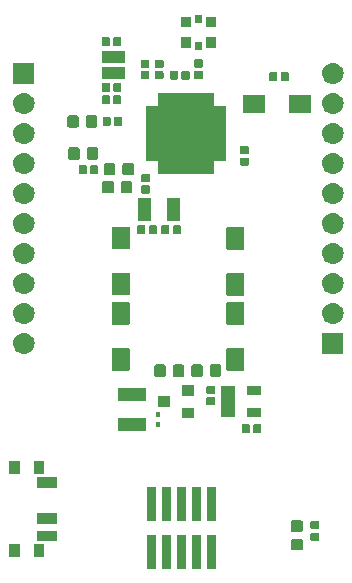
<source format=gbr>
G04 #@! TF.GenerationSoftware,KiCad,Pcbnew,(5.1.4)-1*
G04 #@! TF.CreationDate,2020-09-18T13:05:13-04:00*
G04 #@! TF.ProjectId,nRF52832_DEMO_V01,6e524635-3238-4333-925f-44454d4f5f56,rev?*
G04 #@! TF.SameCoordinates,Original*
G04 #@! TF.FileFunction,Soldermask,Top*
G04 #@! TF.FilePolarity,Negative*
%FSLAX46Y46*%
G04 Gerber Fmt 4.6, Leading zero omitted, Abs format (unit mm)*
G04 Created by KiCad (PCBNEW (5.1.4)-1) date 2020-09-18 13:05:13*
%MOMM*%
%LPD*%
G04 APERTURE LIST*
%ADD10C,0.100000*%
G04 APERTURE END LIST*
D10*
G36*
X115565000Y-105420000D02*
G01*
X114813000Y-105420000D01*
X114813000Y-102558000D01*
X115565000Y-102558000D01*
X115565000Y-105420000D01*
X115565000Y-105420000D01*
G37*
G36*
X118105000Y-105420000D02*
G01*
X117353000Y-105420000D01*
X117353000Y-102558000D01*
X118105000Y-102558000D01*
X118105000Y-105420000D01*
X118105000Y-105420000D01*
G37*
G36*
X119375000Y-105420000D02*
G01*
X118623000Y-105420000D01*
X118623000Y-102558000D01*
X119375000Y-102558000D01*
X119375000Y-105420000D01*
X119375000Y-105420000D01*
G37*
G36*
X114295000Y-105420000D02*
G01*
X113543000Y-105420000D01*
X113543000Y-102558000D01*
X114295000Y-102558000D01*
X114295000Y-105420000D01*
X114295000Y-105420000D01*
G37*
G36*
X116835000Y-105420000D02*
G01*
X116083000Y-105420000D01*
X116083000Y-102558000D01*
X116835000Y-102558000D01*
X116835000Y-105420000D01*
X116835000Y-105420000D01*
G37*
G36*
X104870400Y-104475100D02*
G01*
X103968400Y-104475100D01*
X103968400Y-103373100D01*
X104870400Y-103373100D01*
X104870400Y-104475100D01*
X104870400Y-104475100D01*
G37*
G36*
X102769820Y-104475100D02*
G01*
X101867820Y-104475100D01*
X101867820Y-103373100D01*
X102769820Y-103373100D01*
X102769820Y-104475100D01*
X102769820Y-104475100D01*
G37*
G36*
X126617591Y-102919085D02*
G01*
X126651569Y-102929393D01*
X126682890Y-102946134D01*
X126710339Y-102968661D01*
X126732866Y-102996110D01*
X126749607Y-103027431D01*
X126759915Y-103061409D01*
X126764000Y-103102890D01*
X126764000Y-103704110D01*
X126759915Y-103745591D01*
X126749607Y-103779569D01*
X126732866Y-103810890D01*
X126710339Y-103838339D01*
X126682890Y-103860866D01*
X126651569Y-103877607D01*
X126617591Y-103887915D01*
X126576110Y-103892000D01*
X125899890Y-103892000D01*
X125858409Y-103887915D01*
X125824431Y-103877607D01*
X125793110Y-103860866D01*
X125765661Y-103838339D01*
X125743134Y-103810890D01*
X125726393Y-103779569D01*
X125716085Y-103745591D01*
X125712000Y-103704110D01*
X125712000Y-103102890D01*
X125716085Y-103061409D01*
X125726393Y-103027431D01*
X125743134Y-102996110D01*
X125765661Y-102968661D01*
X125793110Y-102946134D01*
X125824431Y-102929393D01*
X125858409Y-102919085D01*
X125899890Y-102915000D01*
X126576110Y-102915000D01*
X126617591Y-102919085D01*
X126617591Y-102919085D01*
G37*
G36*
X105956200Y-103109300D02*
G01*
X104254200Y-103109300D01*
X104254200Y-102207300D01*
X105956200Y-102207300D01*
X105956200Y-103109300D01*
X105956200Y-103109300D01*
G37*
G36*
X128043938Y-102376716D02*
G01*
X128064557Y-102382971D01*
X128083553Y-102393124D01*
X128100208Y-102406792D01*
X128113876Y-102423447D01*
X128124029Y-102442443D01*
X128130284Y-102463062D01*
X128133000Y-102490640D01*
X128133000Y-102949360D01*
X128130284Y-102976938D01*
X128124029Y-102997557D01*
X128113876Y-103016553D01*
X128100208Y-103033208D01*
X128083553Y-103046876D01*
X128064557Y-103057029D01*
X128043938Y-103063284D01*
X128016360Y-103066000D01*
X127507640Y-103066000D01*
X127480062Y-103063284D01*
X127459443Y-103057029D01*
X127440447Y-103046876D01*
X127423792Y-103033208D01*
X127410124Y-103016553D01*
X127399971Y-102997557D01*
X127393716Y-102976938D01*
X127391000Y-102949360D01*
X127391000Y-102490640D01*
X127393716Y-102463062D01*
X127399971Y-102442443D01*
X127410124Y-102423447D01*
X127423792Y-102406792D01*
X127440447Y-102393124D01*
X127459443Y-102382971D01*
X127480062Y-102376716D01*
X127507640Y-102374000D01*
X128016360Y-102374000D01*
X128043938Y-102376716D01*
X128043938Y-102376716D01*
G37*
G36*
X126617591Y-101344085D02*
G01*
X126651569Y-101354393D01*
X126682890Y-101371134D01*
X126710339Y-101393661D01*
X126732866Y-101421110D01*
X126749607Y-101452431D01*
X126759915Y-101486409D01*
X126764000Y-101527890D01*
X126764000Y-102129110D01*
X126759915Y-102170591D01*
X126749607Y-102204569D01*
X126732866Y-102235890D01*
X126710339Y-102263339D01*
X126682890Y-102285866D01*
X126651569Y-102302607D01*
X126617591Y-102312915D01*
X126576110Y-102317000D01*
X125899890Y-102317000D01*
X125858409Y-102312915D01*
X125824431Y-102302607D01*
X125793110Y-102285866D01*
X125765661Y-102263339D01*
X125743134Y-102235890D01*
X125726393Y-102204569D01*
X125716085Y-102170591D01*
X125712000Y-102129110D01*
X125712000Y-101527890D01*
X125716085Y-101486409D01*
X125726393Y-101452431D01*
X125743134Y-101421110D01*
X125765661Y-101393661D01*
X125793110Y-101371134D01*
X125824431Y-101354393D01*
X125858409Y-101344085D01*
X125899890Y-101340000D01*
X126576110Y-101340000D01*
X126617591Y-101344085D01*
X126617591Y-101344085D01*
G37*
G36*
X128043938Y-101406716D02*
G01*
X128064557Y-101412971D01*
X128083553Y-101423124D01*
X128100208Y-101436792D01*
X128113876Y-101453447D01*
X128124029Y-101472443D01*
X128130284Y-101493062D01*
X128133000Y-101520640D01*
X128133000Y-101979360D01*
X128130284Y-102006938D01*
X128124029Y-102027557D01*
X128113876Y-102046553D01*
X128100208Y-102063208D01*
X128083553Y-102076876D01*
X128064557Y-102087029D01*
X128043938Y-102093284D01*
X128016360Y-102096000D01*
X127507640Y-102096000D01*
X127480062Y-102093284D01*
X127459443Y-102087029D01*
X127440447Y-102076876D01*
X127423792Y-102063208D01*
X127410124Y-102046553D01*
X127399971Y-102027557D01*
X127393716Y-102006938D01*
X127391000Y-101979360D01*
X127391000Y-101520640D01*
X127393716Y-101493062D01*
X127399971Y-101472443D01*
X127410124Y-101453447D01*
X127423792Y-101436792D01*
X127440447Y-101423124D01*
X127459443Y-101412971D01*
X127480062Y-101406716D01*
X127507640Y-101404000D01*
X128016360Y-101404000D01*
X128043938Y-101406716D01*
X128043938Y-101406716D01*
G37*
G36*
X105956200Y-101609300D02*
G01*
X104254200Y-101609300D01*
X104254200Y-100707300D01*
X105956200Y-100707300D01*
X105956200Y-101609300D01*
X105956200Y-101609300D01*
G37*
G36*
X116835000Y-101380000D02*
G01*
X116083000Y-101380000D01*
X116083000Y-98518000D01*
X116835000Y-98518000D01*
X116835000Y-101380000D01*
X116835000Y-101380000D01*
G37*
G36*
X118105000Y-101380000D02*
G01*
X117353000Y-101380000D01*
X117353000Y-98518000D01*
X118105000Y-98518000D01*
X118105000Y-101380000D01*
X118105000Y-101380000D01*
G37*
G36*
X114295000Y-101380000D02*
G01*
X113543000Y-101380000D01*
X113543000Y-98518000D01*
X114295000Y-98518000D01*
X114295000Y-101380000D01*
X114295000Y-101380000D01*
G37*
G36*
X115565000Y-101380000D02*
G01*
X114813000Y-101380000D01*
X114813000Y-98518000D01*
X115565000Y-98518000D01*
X115565000Y-101380000D01*
X115565000Y-101380000D01*
G37*
G36*
X119375000Y-101380000D02*
G01*
X118623000Y-101380000D01*
X118623000Y-98518000D01*
X119375000Y-98518000D01*
X119375000Y-101380000D01*
X119375000Y-101380000D01*
G37*
G36*
X105956200Y-98609300D02*
G01*
X104254200Y-98609300D01*
X104254200Y-97707300D01*
X105956200Y-97707300D01*
X105956200Y-98609300D01*
X105956200Y-98609300D01*
G37*
G36*
X104870400Y-97439300D02*
G01*
X103968400Y-97439300D01*
X103968400Y-96337300D01*
X104870400Y-96337300D01*
X104870400Y-97439300D01*
X104870400Y-97439300D01*
G37*
G36*
X102769820Y-97436760D02*
G01*
X101867820Y-97436760D01*
X101867820Y-96334760D01*
X102769820Y-96334760D01*
X102769820Y-97436760D01*
X102769820Y-97436760D01*
G37*
G36*
X122172138Y-93205316D02*
G01*
X122192757Y-93211571D01*
X122211753Y-93221724D01*
X122228408Y-93235392D01*
X122242076Y-93252047D01*
X122252229Y-93271043D01*
X122258484Y-93291662D01*
X122261200Y-93319240D01*
X122261200Y-93827960D01*
X122258484Y-93855538D01*
X122252229Y-93876157D01*
X122242076Y-93895153D01*
X122228408Y-93911808D01*
X122211753Y-93925476D01*
X122192757Y-93935629D01*
X122172138Y-93941884D01*
X122144560Y-93944600D01*
X121685840Y-93944600D01*
X121658262Y-93941884D01*
X121637643Y-93935629D01*
X121618647Y-93925476D01*
X121601992Y-93911808D01*
X121588324Y-93895153D01*
X121578171Y-93876157D01*
X121571916Y-93855538D01*
X121569200Y-93827960D01*
X121569200Y-93319240D01*
X121571916Y-93291662D01*
X121578171Y-93271043D01*
X121588324Y-93252047D01*
X121601992Y-93235392D01*
X121618647Y-93221724D01*
X121637643Y-93211571D01*
X121658262Y-93205316D01*
X121685840Y-93202600D01*
X122144560Y-93202600D01*
X122172138Y-93205316D01*
X122172138Y-93205316D01*
G37*
G36*
X123142138Y-93205316D02*
G01*
X123162757Y-93211571D01*
X123181753Y-93221724D01*
X123198408Y-93235392D01*
X123212076Y-93252047D01*
X123222229Y-93271043D01*
X123228484Y-93291662D01*
X123231200Y-93319240D01*
X123231200Y-93827960D01*
X123228484Y-93855538D01*
X123222229Y-93876157D01*
X123212076Y-93895153D01*
X123198408Y-93911808D01*
X123181753Y-93925476D01*
X123162757Y-93935629D01*
X123142138Y-93941884D01*
X123114560Y-93944600D01*
X122655840Y-93944600D01*
X122628262Y-93941884D01*
X122607643Y-93935629D01*
X122588647Y-93925476D01*
X122571992Y-93911808D01*
X122558324Y-93895153D01*
X122548171Y-93876157D01*
X122541916Y-93855538D01*
X122539200Y-93827960D01*
X122539200Y-93319240D01*
X122541916Y-93291662D01*
X122548171Y-93271043D01*
X122558324Y-93252047D01*
X122571992Y-93235392D01*
X122588647Y-93221724D01*
X122607643Y-93211571D01*
X122628262Y-93205316D01*
X122655840Y-93202600D01*
X123114560Y-93202600D01*
X123142138Y-93205316D01*
X123142138Y-93205316D01*
G37*
G36*
X113434061Y-92657827D02*
G01*
X113436239Y-92658488D01*
X113438239Y-92659557D01*
X113439999Y-92661001D01*
X113441443Y-92662761D01*
X113442512Y-92664761D01*
X113443173Y-92666939D01*
X113444000Y-92675338D01*
X113444000Y-93760662D01*
X113443173Y-93769061D01*
X113442512Y-93771239D01*
X113441443Y-93773239D01*
X113439999Y-93774999D01*
X113438239Y-93776443D01*
X113436239Y-93777512D01*
X113434061Y-93778173D01*
X113425662Y-93779000D01*
X111110338Y-93779000D01*
X111101939Y-93778173D01*
X111099761Y-93777512D01*
X111097761Y-93776443D01*
X111096001Y-93774999D01*
X111094557Y-93773239D01*
X111093488Y-93771239D01*
X111092827Y-93769061D01*
X111092000Y-93760662D01*
X111092000Y-92675338D01*
X111092827Y-92666939D01*
X111093488Y-92664761D01*
X111094557Y-92662761D01*
X111096001Y-92661001D01*
X111097761Y-92659557D01*
X111099761Y-92658488D01*
X111101939Y-92657827D01*
X111110338Y-92657000D01*
X113425662Y-92657000D01*
X113434061Y-92657827D01*
X113434061Y-92657827D01*
G37*
G36*
X114653800Y-93450800D02*
G01*
X114301800Y-93450800D01*
X114301800Y-92988800D01*
X114653800Y-92988800D01*
X114653800Y-93450800D01*
X114653800Y-93450800D01*
G37*
G36*
X117528200Y-92688600D02*
G01*
X116526200Y-92688600D01*
X116526200Y-91786600D01*
X117528200Y-91786600D01*
X117528200Y-92688600D01*
X117528200Y-92688600D01*
G37*
G36*
X120969200Y-92613600D02*
G01*
X119807200Y-92613600D01*
X119807200Y-89961600D01*
X120969200Y-89961600D01*
X120969200Y-92613600D01*
X120969200Y-92613600D01*
G37*
G36*
X123169200Y-92613600D02*
G01*
X122007200Y-92613600D01*
X122007200Y-91861600D01*
X123169200Y-91861600D01*
X123169200Y-92613600D01*
X123169200Y-92613600D01*
G37*
G36*
X114653800Y-92610800D02*
G01*
X114301800Y-92610800D01*
X114301800Y-92148800D01*
X114653800Y-92148800D01*
X114653800Y-92610800D01*
X114653800Y-92610800D01*
G37*
G36*
X115528200Y-91738600D02*
G01*
X114526200Y-91738600D01*
X114526200Y-90836600D01*
X115528200Y-90836600D01*
X115528200Y-91738600D01*
X115528200Y-91738600D01*
G37*
G36*
X119230138Y-90921316D02*
G01*
X119250757Y-90927571D01*
X119269753Y-90937724D01*
X119286408Y-90951392D01*
X119300076Y-90968047D01*
X119310229Y-90987043D01*
X119316484Y-91007662D01*
X119319200Y-91035240D01*
X119319200Y-91493960D01*
X119316484Y-91521538D01*
X119310229Y-91542157D01*
X119300076Y-91561153D01*
X119286408Y-91577808D01*
X119269753Y-91591476D01*
X119250757Y-91601629D01*
X119230138Y-91607884D01*
X119202560Y-91610600D01*
X118693840Y-91610600D01*
X118666262Y-91607884D01*
X118645643Y-91601629D01*
X118626647Y-91591476D01*
X118609992Y-91577808D01*
X118596324Y-91561153D01*
X118586171Y-91542157D01*
X118579916Y-91521538D01*
X118577200Y-91493960D01*
X118577200Y-91035240D01*
X118579916Y-91007662D01*
X118586171Y-90987043D01*
X118596324Y-90968047D01*
X118609992Y-90951392D01*
X118626647Y-90937724D01*
X118645643Y-90927571D01*
X118666262Y-90921316D01*
X118693840Y-90918600D01*
X119202560Y-90918600D01*
X119230138Y-90921316D01*
X119230138Y-90921316D01*
G37*
G36*
X113434061Y-90117827D02*
G01*
X113436239Y-90118488D01*
X113438239Y-90119557D01*
X113439999Y-90121001D01*
X113441443Y-90122761D01*
X113442512Y-90124761D01*
X113443173Y-90126939D01*
X113444000Y-90135338D01*
X113444000Y-91220662D01*
X113443173Y-91229061D01*
X113442512Y-91231239D01*
X113441443Y-91233239D01*
X113439999Y-91234999D01*
X113438239Y-91236443D01*
X113436239Y-91237512D01*
X113434061Y-91238173D01*
X113425662Y-91239000D01*
X111110338Y-91239000D01*
X111101939Y-91238173D01*
X111099761Y-91237512D01*
X111097761Y-91236443D01*
X111096001Y-91234999D01*
X111094557Y-91233239D01*
X111093488Y-91231239D01*
X111092827Y-91229061D01*
X111092000Y-91220662D01*
X111092000Y-90135338D01*
X111092827Y-90126939D01*
X111093488Y-90124761D01*
X111094557Y-90122761D01*
X111096001Y-90121001D01*
X111097761Y-90119557D01*
X111099761Y-90118488D01*
X111101939Y-90117827D01*
X111110338Y-90117000D01*
X113425662Y-90117000D01*
X113434061Y-90117827D01*
X113434061Y-90117827D01*
G37*
G36*
X117528200Y-90788600D02*
G01*
X116526200Y-90788600D01*
X116526200Y-89886600D01*
X117528200Y-89886600D01*
X117528200Y-90788600D01*
X117528200Y-90788600D01*
G37*
G36*
X123169200Y-90713600D02*
G01*
X122007200Y-90713600D01*
X122007200Y-89961600D01*
X123169200Y-89961600D01*
X123169200Y-90713600D01*
X123169200Y-90713600D01*
G37*
G36*
X119230138Y-89951316D02*
G01*
X119250757Y-89957571D01*
X119269753Y-89967724D01*
X119286408Y-89981392D01*
X119300076Y-89998047D01*
X119310229Y-90017043D01*
X119316484Y-90037662D01*
X119319200Y-90065240D01*
X119319200Y-90523960D01*
X119316484Y-90551538D01*
X119310229Y-90572157D01*
X119300076Y-90591153D01*
X119286408Y-90607808D01*
X119269753Y-90621476D01*
X119250757Y-90631629D01*
X119230138Y-90637884D01*
X119202560Y-90640600D01*
X118693840Y-90640600D01*
X118666262Y-90637884D01*
X118645643Y-90631629D01*
X118626647Y-90621476D01*
X118609992Y-90607808D01*
X118596324Y-90591153D01*
X118586171Y-90572157D01*
X118579916Y-90551538D01*
X118577200Y-90523960D01*
X118577200Y-90065240D01*
X118579916Y-90037662D01*
X118586171Y-90017043D01*
X118596324Y-89998047D01*
X118609992Y-89981392D01*
X118626647Y-89967724D01*
X118645643Y-89957571D01*
X118666262Y-89951316D01*
X118693840Y-89948600D01*
X119202560Y-89948600D01*
X119230138Y-89951316D01*
X119230138Y-89951316D01*
G37*
G36*
X116572591Y-88149485D02*
G01*
X116606569Y-88159793D01*
X116637890Y-88176534D01*
X116665339Y-88199061D01*
X116687866Y-88226510D01*
X116704607Y-88257831D01*
X116714915Y-88291809D01*
X116719000Y-88333290D01*
X116719000Y-89009510D01*
X116714915Y-89050991D01*
X116704607Y-89084969D01*
X116687866Y-89116290D01*
X116665339Y-89143739D01*
X116637890Y-89166266D01*
X116606569Y-89183007D01*
X116572591Y-89193315D01*
X116531110Y-89197400D01*
X115929890Y-89197400D01*
X115888409Y-89193315D01*
X115854431Y-89183007D01*
X115823110Y-89166266D01*
X115795661Y-89143739D01*
X115773134Y-89116290D01*
X115756393Y-89084969D01*
X115746085Y-89050991D01*
X115742000Y-89009510D01*
X115742000Y-88333290D01*
X115746085Y-88291809D01*
X115756393Y-88257831D01*
X115773134Y-88226510D01*
X115795661Y-88199061D01*
X115823110Y-88176534D01*
X115854431Y-88159793D01*
X115888409Y-88149485D01*
X115929890Y-88145400D01*
X116531110Y-88145400D01*
X116572591Y-88149485D01*
X116572591Y-88149485D01*
G37*
G36*
X114997591Y-88149485D02*
G01*
X115031569Y-88159793D01*
X115062890Y-88176534D01*
X115090339Y-88199061D01*
X115112866Y-88226510D01*
X115129607Y-88257831D01*
X115139915Y-88291809D01*
X115144000Y-88333290D01*
X115144000Y-89009510D01*
X115139915Y-89050991D01*
X115129607Y-89084969D01*
X115112866Y-89116290D01*
X115090339Y-89143739D01*
X115062890Y-89166266D01*
X115031569Y-89183007D01*
X114997591Y-89193315D01*
X114956110Y-89197400D01*
X114354890Y-89197400D01*
X114313409Y-89193315D01*
X114279431Y-89183007D01*
X114248110Y-89166266D01*
X114220661Y-89143739D01*
X114198134Y-89116290D01*
X114181393Y-89084969D01*
X114171085Y-89050991D01*
X114167000Y-89009510D01*
X114167000Y-88333290D01*
X114171085Y-88291809D01*
X114181393Y-88257831D01*
X114198134Y-88226510D01*
X114220661Y-88199061D01*
X114248110Y-88176534D01*
X114279431Y-88159793D01*
X114313409Y-88149485D01*
X114354890Y-88145400D01*
X114956110Y-88145400D01*
X114997591Y-88149485D01*
X114997591Y-88149485D01*
G37*
G36*
X119696791Y-88136785D02*
G01*
X119730769Y-88147093D01*
X119762090Y-88163834D01*
X119789539Y-88186361D01*
X119812066Y-88213810D01*
X119828807Y-88245131D01*
X119839115Y-88279109D01*
X119843200Y-88320590D01*
X119843200Y-88996810D01*
X119839115Y-89038291D01*
X119828807Y-89072269D01*
X119812066Y-89103590D01*
X119789539Y-89131039D01*
X119762090Y-89153566D01*
X119730769Y-89170307D01*
X119696791Y-89180615D01*
X119655310Y-89184700D01*
X119054090Y-89184700D01*
X119012609Y-89180615D01*
X118978631Y-89170307D01*
X118947310Y-89153566D01*
X118919861Y-89131039D01*
X118897334Y-89103590D01*
X118880593Y-89072269D01*
X118870285Y-89038291D01*
X118866200Y-88996810D01*
X118866200Y-88320590D01*
X118870285Y-88279109D01*
X118880593Y-88245131D01*
X118897334Y-88213810D01*
X118919861Y-88186361D01*
X118947310Y-88163834D01*
X118978631Y-88147093D01*
X119012609Y-88136785D01*
X119054090Y-88132700D01*
X119655310Y-88132700D01*
X119696791Y-88136785D01*
X119696791Y-88136785D01*
G37*
G36*
X118121791Y-88136785D02*
G01*
X118155769Y-88147093D01*
X118187090Y-88163834D01*
X118214539Y-88186361D01*
X118237066Y-88213810D01*
X118253807Y-88245131D01*
X118264115Y-88279109D01*
X118268200Y-88320590D01*
X118268200Y-88996810D01*
X118264115Y-89038291D01*
X118253807Y-89072269D01*
X118237066Y-89103590D01*
X118214539Y-89131039D01*
X118187090Y-89153566D01*
X118155769Y-89170307D01*
X118121791Y-89180615D01*
X118080310Y-89184700D01*
X117479090Y-89184700D01*
X117437609Y-89180615D01*
X117403631Y-89170307D01*
X117372310Y-89153566D01*
X117344861Y-89131039D01*
X117322334Y-89103590D01*
X117305593Y-89072269D01*
X117295285Y-89038291D01*
X117291200Y-88996810D01*
X117291200Y-88320590D01*
X117295285Y-88279109D01*
X117305593Y-88245131D01*
X117322334Y-88213810D01*
X117344861Y-88186361D01*
X117372310Y-88163834D01*
X117403631Y-88147093D01*
X117437609Y-88136785D01*
X117479090Y-88132700D01*
X118080310Y-88132700D01*
X118121791Y-88136785D01*
X118121791Y-88136785D01*
G37*
G36*
X121741477Y-86770557D02*
G01*
X121750776Y-86773378D01*
X121759354Y-86777963D01*
X121766869Y-86784131D01*
X121773037Y-86791646D01*
X121777622Y-86800224D01*
X121780443Y-86809523D01*
X121782000Y-86825337D01*
X121782000Y-88614663D01*
X121780443Y-88630477D01*
X121777622Y-88639776D01*
X121773037Y-88648354D01*
X121766869Y-88655869D01*
X121759354Y-88662037D01*
X121750776Y-88666622D01*
X121741477Y-88669443D01*
X121725663Y-88671000D01*
X120336337Y-88671000D01*
X120320523Y-88669443D01*
X120311224Y-88666622D01*
X120302646Y-88662037D01*
X120295131Y-88655869D01*
X120288963Y-88648354D01*
X120284378Y-88639776D01*
X120281557Y-88630477D01*
X120280000Y-88614663D01*
X120280000Y-86825337D01*
X120281557Y-86809523D01*
X120284378Y-86800224D01*
X120288963Y-86791646D01*
X120295131Y-86784131D01*
X120302646Y-86777963D01*
X120311224Y-86773378D01*
X120320523Y-86770557D01*
X120336337Y-86769000D01*
X121725663Y-86769000D01*
X121741477Y-86770557D01*
X121741477Y-86770557D01*
G37*
G36*
X112038677Y-86770557D02*
G01*
X112047976Y-86773378D01*
X112056554Y-86777963D01*
X112064069Y-86784131D01*
X112070237Y-86791646D01*
X112074822Y-86800224D01*
X112077643Y-86809523D01*
X112079200Y-86825337D01*
X112079200Y-88614663D01*
X112077643Y-88630477D01*
X112074822Y-88639776D01*
X112070237Y-88648354D01*
X112064069Y-88655869D01*
X112056554Y-88662037D01*
X112047976Y-88666622D01*
X112038677Y-88669443D01*
X112022863Y-88671000D01*
X110633537Y-88671000D01*
X110617723Y-88669443D01*
X110608424Y-88666622D01*
X110599846Y-88662037D01*
X110592331Y-88655869D01*
X110586163Y-88648354D01*
X110581578Y-88639776D01*
X110578757Y-88630477D01*
X110577200Y-88614663D01*
X110577200Y-86825337D01*
X110578757Y-86809523D01*
X110581578Y-86800224D01*
X110586163Y-86791646D01*
X110592331Y-86784131D01*
X110599846Y-86777963D01*
X110608424Y-86773378D01*
X110617723Y-86770557D01*
X110633537Y-86769000D01*
X112022863Y-86769000D01*
X112038677Y-86770557D01*
X112038677Y-86770557D01*
G37*
G36*
X103234442Y-85465518D02*
G01*
X103300627Y-85472037D01*
X103470466Y-85523557D01*
X103626991Y-85607222D01*
X103662729Y-85636552D01*
X103764186Y-85719814D01*
X103847448Y-85821271D01*
X103876778Y-85857009D01*
X103960443Y-86013534D01*
X104011963Y-86183373D01*
X104029359Y-86360000D01*
X104011963Y-86536627D01*
X103960443Y-86706466D01*
X103876778Y-86862991D01*
X103854697Y-86889897D01*
X103764186Y-87000186D01*
X103662729Y-87083448D01*
X103626991Y-87112778D01*
X103470466Y-87196443D01*
X103300627Y-87247963D01*
X103234442Y-87254482D01*
X103168260Y-87261000D01*
X103079740Y-87261000D01*
X103013558Y-87254482D01*
X102947373Y-87247963D01*
X102777534Y-87196443D01*
X102621009Y-87112778D01*
X102585271Y-87083448D01*
X102483814Y-87000186D01*
X102393303Y-86889897D01*
X102371222Y-86862991D01*
X102287557Y-86706466D01*
X102236037Y-86536627D01*
X102218641Y-86360000D01*
X102236037Y-86183373D01*
X102287557Y-86013534D01*
X102371222Y-85857009D01*
X102400552Y-85821271D01*
X102483814Y-85719814D01*
X102585271Y-85636552D01*
X102621009Y-85607222D01*
X102777534Y-85523557D01*
X102947373Y-85472037D01*
X103013558Y-85465518D01*
X103079740Y-85459000D01*
X103168260Y-85459000D01*
X103234442Y-85465518D01*
X103234442Y-85465518D01*
G37*
G36*
X130187000Y-87261000D02*
G01*
X128385000Y-87261000D01*
X128385000Y-85459000D01*
X130187000Y-85459000D01*
X130187000Y-87261000D01*
X130187000Y-87261000D01*
G37*
G36*
X112038677Y-82870557D02*
G01*
X112047976Y-82873378D01*
X112056554Y-82877963D01*
X112064069Y-82884131D01*
X112070237Y-82891646D01*
X112074822Y-82900224D01*
X112077643Y-82909523D01*
X112079200Y-82925337D01*
X112079200Y-84714663D01*
X112077643Y-84730477D01*
X112074822Y-84739776D01*
X112070237Y-84748354D01*
X112064069Y-84755869D01*
X112056554Y-84762037D01*
X112047976Y-84766622D01*
X112038677Y-84769443D01*
X112022863Y-84771000D01*
X110633537Y-84771000D01*
X110617723Y-84769443D01*
X110608424Y-84766622D01*
X110599846Y-84762037D01*
X110592331Y-84755869D01*
X110586163Y-84748354D01*
X110581578Y-84739776D01*
X110578757Y-84730477D01*
X110577200Y-84714663D01*
X110577200Y-82925337D01*
X110578757Y-82909523D01*
X110581578Y-82900224D01*
X110586163Y-82891646D01*
X110592331Y-82884131D01*
X110599846Y-82877963D01*
X110608424Y-82873378D01*
X110617723Y-82870557D01*
X110633537Y-82869000D01*
X112022863Y-82869000D01*
X112038677Y-82870557D01*
X112038677Y-82870557D01*
G37*
G36*
X121741477Y-82870557D02*
G01*
X121750776Y-82873378D01*
X121759354Y-82877963D01*
X121766869Y-82884131D01*
X121773037Y-82891646D01*
X121777622Y-82900224D01*
X121780443Y-82909523D01*
X121782000Y-82925337D01*
X121782000Y-84714663D01*
X121780443Y-84730477D01*
X121777622Y-84739776D01*
X121773037Y-84748354D01*
X121766869Y-84755869D01*
X121759354Y-84762037D01*
X121750776Y-84766622D01*
X121741477Y-84769443D01*
X121725663Y-84771000D01*
X120336337Y-84771000D01*
X120320523Y-84769443D01*
X120311224Y-84766622D01*
X120302646Y-84762037D01*
X120295131Y-84755869D01*
X120288963Y-84748354D01*
X120284378Y-84739776D01*
X120281557Y-84730477D01*
X120280000Y-84714663D01*
X120280000Y-82925337D01*
X120281557Y-82909523D01*
X120284378Y-82900224D01*
X120288963Y-82891646D01*
X120295131Y-82884131D01*
X120302646Y-82877963D01*
X120311224Y-82873378D01*
X120320523Y-82870557D01*
X120336337Y-82869000D01*
X121725663Y-82869000D01*
X121741477Y-82870557D01*
X121741477Y-82870557D01*
G37*
G36*
X129394600Y-82925337D02*
G01*
X129462627Y-82932037D01*
X129632466Y-82983557D01*
X129788991Y-83067222D01*
X129824729Y-83096552D01*
X129926186Y-83179814D01*
X130009448Y-83281271D01*
X130038778Y-83317009D01*
X130122443Y-83473534D01*
X130173963Y-83643373D01*
X130191359Y-83820000D01*
X130173963Y-83996627D01*
X130122443Y-84166466D01*
X130038778Y-84322991D01*
X130009448Y-84358729D01*
X129926186Y-84460186D01*
X129824729Y-84543448D01*
X129788991Y-84572778D01*
X129632466Y-84656443D01*
X129462627Y-84707963D01*
X129396443Y-84714481D01*
X129330260Y-84721000D01*
X129241740Y-84721000D01*
X129175557Y-84714481D01*
X129109373Y-84707963D01*
X128939534Y-84656443D01*
X128783009Y-84572778D01*
X128747271Y-84543448D01*
X128645814Y-84460186D01*
X128562552Y-84358729D01*
X128533222Y-84322991D01*
X128449557Y-84166466D01*
X128398037Y-83996627D01*
X128380641Y-83820000D01*
X128398037Y-83643373D01*
X128449557Y-83473534D01*
X128533222Y-83317009D01*
X128562552Y-83281271D01*
X128645814Y-83179814D01*
X128747271Y-83096552D01*
X128783009Y-83067222D01*
X128939534Y-82983557D01*
X129109373Y-82932037D01*
X129177400Y-82925337D01*
X129241740Y-82919000D01*
X129330260Y-82919000D01*
X129394600Y-82925337D01*
X129394600Y-82925337D01*
G37*
G36*
X103232600Y-82925337D02*
G01*
X103300627Y-82932037D01*
X103470466Y-82983557D01*
X103626991Y-83067222D01*
X103662729Y-83096552D01*
X103764186Y-83179814D01*
X103847448Y-83281271D01*
X103876778Y-83317009D01*
X103960443Y-83473534D01*
X104011963Y-83643373D01*
X104029359Y-83820000D01*
X104011963Y-83996627D01*
X103960443Y-84166466D01*
X103876778Y-84322991D01*
X103847448Y-84358729D01*
X103764186Y-84460186D01*
X103662729Y-84543448D01*
X103626991Y-84572778D01*
X103470466Y-84656443D01*
X103300627Y-84707963D01*
X103234443Y-84714481D01*
X103168260Y-84721000D01*
X103079740Y-84721000D01*
X103013557Y-84714481D01*
X102947373Y-84707963D01*
X102777534Y-84656443D01*
X102621009Y-84572778D01*
X102585271Y-84543448D01*
X102483814Y-84460186D01*
X102400552Y-84358729D01*
X102371222Y-84322991D01*
X102287557Y-84166466D01*
X102236037Y-83996627D01*
X102218641Y-83820000D01*
X102236037Y-83643373D01*
X102287557Y-83473534D01*
X102371222Y-83317009D01*
X102400552Y-83281271D01*
X102483814Y-83179814D01*
X102585271Y-83096552D01*
X102621009Y-83067222D01*
X102777534Y-82983557D01*
X102947373Y-82932037D01*
X103015400Y-82925337D01*
X103079740Y-82919000D01*
X103168260Y-82919000D01*
X103232600Y-82925337D01*
X103232600Y-82925337D01*
G37*
G36*
X121741477Y-80420557D02*
G01*
X121750776Y-80423378D01*
X121759354Y-80427963D01*
X121766869Y-80434131D01*
X121773037Y-80441646D01*
X121777622Y-80450224D01*
X121780443Y-80459523D01*
X121782000Y-80475337D01*
X121782000Y-82264663D01*
X121780443Y-82280477D01*
X121777622Y-82289776D01*
X121773037Y-82298354D01*
X121766869Y-82305869D01*
X121759354Y-82312037D01*
X121750776Y-82316622D01*
X121741477Y-82319443D01*
X121725663Y-82321000D01*
X120336337Y-82321000D01*
X120320523Y-82319443D01*
X120311224Y-82316622D01*
X120302646Y-82312037D01*
X120295131Y-82305869D01*
X120288963Y-82298354D01*
X120284378Y-82289776D01*
X120281557Y-82280477D01*
X120280000Y-82264663D01*
X120280000Y-80475337D01*
X120281557Y-80459523D01*
X120284378Y-80450224D01*
X120288963Y-80441646D01*
X120295131Y-80434131D01*
X120302646Y-80427963D01*
X120311224Y-80423378D01*
X120320523Y-80420557D01*
X120336337Y-80419000D01*
X121725663Y-80419000D01*
X121741477Y-80420557D01*
X121741477Y-80420557D01*
G37*
G36*
X112038677Y-80395157D02*
G01*
X112047976Y-80397978D01*
X112056554Y-80402563D01*
X112064069Y-80408731D01*
X112070237Y-80416246D01*
X112074822Y-80424824D01*
X112077643Y-80434123D01*
X112079200Y-80449937D01*
X112079200Y-82239263D01*
X112077643Y-82255077D01*
X112074822Y-82264376D01*
X112070237Y-82272954D01*
X112064069Y-82280469D01*
X112056554Y-82286637D01*
X112047976Y-82291222D01*
X112038677Y-82294043D01*
X112022863Y-82295600D01*
X110633537Y-82295600D01*
X110617723Y-82294043D01*
X110608424Y-82291222D01*
X110599846Y-82286637D01*
X110592331Y-82280469D01*
X110586163Y-82272954D01*
X110581578Y-82264376D01*
X110578757Y-82255077D01*
X110577200Y-82239263D01*
X110577200Y-80449937D01*
X110578757Y-80434123D01*
X110581578Y-80424824D01*
X110586163Y-80416246D01*
X110592331Y-80408731D01*
X110599846Y-80402563D01*
X110608424Y-80397978D01*
X110617723Y-80395157D01*
X110633537Y-80393600D01*
X112022863Y-80393600D01*
X112038677Y-80395157D01*
X112038677Y-80395157D01*
G37*
G36*
X103234442Y-80385518D02*
G01*
X103300627Y-80392037D01*
X103470466Y-80443557D01*
X103626991Y-80527222D01*
X103642435Y-80539897D01*
X103764186Y-80639814D01*
X103847448Y-80741271D01*
X103876778Y-80777009D01*
X103960443Y-80933534D01*
X104011963Y-81103373D01*
X104029359Y-81280000D01*
X104011963Y-81456627D01*
X103960443Y-81626466D01*
X103876778Y-81782991D01*
X103847448Y-81818729D01*
X103764186Y-81920186D01*
X103662729Y-82003448D01*
X103626991Y-82032778D01*
X103470466Y-82116443D01*
X103300627Y-82167963D01*
X103234443Y-82174481D01*
X103168260Y-82181000D01*
X103079740Y-82181000D01*
X103013557Y-82174481D01*
X102947373Y-82167963D01*
X102777534Y-82116443D01*
X102621009Y-82032778D01*
X102585271Y-82003448D01*
X102483814Y-81920186D01*
X102400552Y-81818729D01*
X102371222Y-81782991D01*
X102287557Y-81626466D01*
X102236037Y-81456627D01*
X102218641Y-81280000D01*
X102236037Y-81103373D01*
X102287557Y-80933534D01*
X102371222Y-80777009D01*
X102400552Y-80741271D01*
X102483814Y-80639814D01*
X102605565Y-80539897D01*
X102621009Y-80527222D01*
X102777534Y-80443557D01*
X102947373Y-80392037D01*
X103013558Y-80385518D01*
X103079740Y-80379000D01*
X103168260Y-80379000D01*
X103234442Y-80385518D01*
X103234442Y-80385518D01*
G37*
G36*
X129396442Y-80385518D02*
G01*
X129462627Y-80392037D01*
X129632466Y-80443557D01*
X129788991Y-80527222D01*
X129804435Y-80539897D01*
X129926186Y-80639814D01*
X130009448Y-80741271D01*
X130038778Y-80777009D01*
X130122443Y-80933534D01*
X130173963Y-81103373D01*
X130191359Y-81280000D01*
X130173963Y-81456627D01*
X130122443Y-81626466D01*
X130038778Y-81782991D01*
X130009448Y-81818729D01*
X129926186Y-81920186D01*
X129824729Y-82003448D01*
X129788991Y-82032778D01*
X129632466Y-82116443D01*
X129462627Y-82167963D01*
X129396443Y-82174481D01*
X129330260Y-82181000D01*
X129241740Y-82181000D01*
X129175557Y-82174481D01*
X129109373Y-82167963D01*
X128939534Y-82116443D01*
X128783009Y-82032778D01*
X128747271Y-82003448D01*
X128645814Y-81920186D01*
X128562552Y-81818729D01*
X128533222Y-81782991D01*
X128449557Y-81626466D01*
X128398037Y-81456627D01*
X128380641Y-81280000D01*
X128398037Y-81103373D01*
X128449557Y-80933534D01*
X128533222Y-80777009D01*
X128562552Y-80741271D01*
X128645814Y-80639814D01*
X128767565Y-80539897D01*
X128783009Y-80527222D01*
X128939534Y-80443557D01*
X129109373Y-80392037D01*
X129175558Y-80385518D01*
X129241740Y-80379000D01*
X129330260Y-80379000D01*
X129396442Y-80385518D01*
X129396442Y-80385518D01*
G37*
G36*
X129396443Y-77845519D02*
G01*
X129462627Y-77852037D01*
X129632466Y-77903557D01*
X129788991Y-77987222D01*
X129824729Y-78016552D01*
X129926186Y-78099814D01*
X130009448Y-78201271D01*
X130038778Y-78237009D01*
X130038779Y-78237011D01*
X130118757Y-78386637D01*
X130122443Y-78393534D01*
X130173963Y-78563373D01*
X130191359Y-78740000D01*
X130173963Y-78916627D01*
X130122443Y-79086466D01*
X130038778Y-79242991D01*
X130009448Y-79278729D01*
X129926186Y-79380186D01*
X129824729Y-79463448D01*
X129788991Y-79492778D01*
X129632466Y-79576443D01*
X129462627Y-79627963D01*
X129396442Y-79634482D01*
X129330260Y-79641000D01*
X129241740Y-79641000D01*
X129175558Y-79634482D01*
X129109373Y-79627963D01*
X128939534Y-79576443D01*
X128783009Y-79492778D01*
X128747271Y-79463448D01*
X128645814Y-79380186D01*
X128562552Y-79278729D01*
X128533222Y-79242991D01*
X128449557Y-79086466D01*
X128398037Y-78916627D01*
X128380641Y-78740000D01*
X128398037Y-78563373D01*
X128449557Y-78393534D01*
X128453244Y-78386637D01*
X128533221Y-78237011D01*
X128533222Y-78237009D01*
X128562552Y-78201271D01*
X128645814Y-78099814D01*
X128747271Y-78016552D01*
X128783009Y-77987222D01*
X128939534Y-77903557D01*
X129109373Y-77852037D01*
X129175557Y-77845519D01*
X129241740Y-77839000D01*
X129330260Y-77839000D01*
X129396443Y-77845519D01*
X129396443Y-77845519D01*
G37*
G36*
X103234443Y-77845519D02*
G01*
X103300627Y-77852037D01*
X103470466Y-77903557D01*
X103626991Y-77987222D01*
X103662729Y-78016552D01*
X103764186Y-78099814D01*
X103847448Y-78201271D01*
X103876778Y-78237009D01*
X103876779Y-78237011D01*
X103956757Y-78386637D01*
X103960443Y-78393534D01*
X104011963Y-78563373D01*
X104029359Y-78740000D01*
X104011963Y-78916627D01*
X103960443Y-79086466D01*
X103876778Y-79242991D01*
X103847448Y-79278729D01*
X103764186Y-79380186D01*
X103662729Y-79463448D01*
X103626991Y-79492778D01*
X103470466Y-79576443D01*
X103300627Y-79627963D01*
X103234442Y-79634482D01*
X103168260Y-79641000D01*
X103079740Y-79641000D01*
X103013558Y-79634482D01*
X102947373Y-79627963D01*
X102777534Y-79576443D01*
X102621009Y-79492778D01*
X102585271Y-79463448D01*
X102483814Y-79380186D01*
X102400552Y-79278729D01*
X102371222Y-79242991D01*
X102287557Y-79086466D01*
X102236037Y-78916627D01*
X102218641Y-78740000D01*
X102236037Y-78563373D01*
X102287557Y-78393534D01*
X102291244Y-78386637D01*
X102371221Y-78237011D01*
X102371222Y-78237009D01*
X102400552Y-78201271D01*
X102483814Y-78099814D01*
X102585271Y-78016552D01*
X102621009Y-77987222D01*
X102777534Y-77903557D01*
X102947373Y-77852037D01*
X103013557Y-77845519D01*
X103079740Y-77839000D01*
X103168260Y-77839000D01*
X103234443Y-77845519D01*
X103234443Y-77845519D01*
G37*
G36*
X121741477Y-76520557D02*
G01*
X121750776Y-76523378D01*
X121759354Y-76527963D01*
X121766869Y-76534131D01*
X121773037Y-76541646D01*
X121777622Y-76550224D01*
X121780443Y-76559523D01*
X121782000Y-76575337D01*
X121782000Y-78364663D01*
X121780443Y-78380477D01*
X121777622Y-78389776D01*
X121773037Y-78398354D01*
X121766869Y-78405869D01*
X121759354Y-78412037D01*
X121750776Y-78416622D01*
X121741477Y-78419443D01*
X121725663Y-78421000D01*
X120336337Y-78421000D01*
X120320523Y-78419443D01*
X120311224Y-78416622D01*
X120302646Y-78412037D01*
X120295131Y-78405869D01*
X120288963Y-78398354D01*
X120284378Y-78389776D01*
X120281557Y-78380477D01*
X120280000Y-78364663D01*
X120280000Y-76575337D01*
X120281557Y-76559523D01*
X120284378Y-76550224D01*
X120288963Y-76541646D01*
X120295131Y-76534131D01*
X120302646Y-76527963D01*
X120311224Y-76523378D01*
X120320523Y-76520557D01*
X120336337Y-76519000D01*
X121725663Y-76519000D01*
X121741477Y-76520557D01*
X121741477Y-76520557D01*
G37*
G36*
X112038677Y-76495157D02*
G01*
X112047976Y-76497978D01*
X112056554Y-76502563D01*
X112064069Y-76508731D01*
X112070237Y-76516246D01*
X112074822Y-76524824D01*
X112077643Y-76534123D01*
X112079200Y-76549937D01*
X112079200Y-78339263D01*
X112077643Y-78355077D01*
X112074822Y-78364376D01*
X112070237Y-78372954D01*
X112064069Y-78380469D01*
X112056554Y-78386637D01*
X112047976Y-78391222D01*
X112038677Y-78394043D01*
X112022863Y-78395600D01*
X110633537Y-78395600D01*
X110617723Y-78394043D01*
X110608424Y-78391222D01*
X110599846Y-78386637D01*
X110592331Y-78380469D01*
X110586163Y-78372954D01*
X110581578Y-78364376D01*
X110578757Y-78355077D01*
X110577200Y-78339263D01*
X110577200Y-76549937D01*
X110578757Y-76534123D01*
X110581578Y-76524824D01*
X110586163Y-76516246D01*
X110592331Y-76508731D01*
X110599846Y-76502563D01*
X110608424Y-76497978D01*
X110617723Y-76495157D01*
X110633537Y-76493600D01*
X112022863Y-76493600D01*
X112038677Y-76495157D01*
X112038677Y-76495157D01*
G37*
G36*
X115367338Y-76365116D02*
G01*
X115387957Y-76371371D01*
X115406953Y-76381524D01*
X115423608Y-76395192D01*
X115437276Y-76411847D01*
X115447429Y-76430843D01*
X115453684Y-76451462D01*
X115456400Y-76479040D01*
X115456400Y-76987760D01*
X115453684Y-77015338D01*
X115447429Y-77035957D01*
X115437276Y-77054953D01*
X115423608Y-77071608D01*
X115406953Y-77085276D01*
X115387957Y-77095429D01*
X115367338Y-77101684D01*
X115339760Y-77104400D01*
X114881040Y-77104400D01*
X114853462Y-77101684D01*
X114832843Y-77095429D01*
X114813847Y-77085276D01*
X114797192Y-77071608D01*
X114783524Y-77054953D01*
X114773371Y-77035957D01*
X114767116Y-77015338D01*
X114764400Y-76987760D01*
X114764400Y-76479040D01*
X114767116Y-76451462D01*
X114773371Y-76430843D01*
X114783524Y-76411847D01*
X114797192Y-76395192D01*
X114813847Y-76381524D01*
X114832843Y-76371371D01*
X114853462Y-76365116D01*
X114881040Y-76362400D01*
X115339760Y-76362400D01*
X115367338Y-76365116D01*
X115367338Y-76365116D01*
G37*
G36*
X113335338Y-76365116D02*
G01*
X113355957Y-76371371D01*
X113374953Y-76381524D01*
X113391608Y-76395192D01*
X113405276Y-76411847D01*
X113415429Y-76430843D01*
X113421684Y-76451462D01*
X113424400Y-76479040D01*
X113424400Y-76987760D01*
X113421684Y-77015338D01*
X113415429Y-77035957D01*
X113405276Y-77054953D01*
X113391608Y-77071608D01*
X113374953Y-77085276D01*
X113355957Y-77095429D01*
X113335338Y-77101684D01*
X113307760Y-77104400D01*
X112849040Y-77104400D01*
X112821462Y-77101684D01*
X112800843Y-77095429D01*
X112781847Y-77085276D01*
X112765192Y-77071608D01*
X112751524Y-77054953D01*
X112741371Y-77035957D01*
X112735116Y-77015338D01*
X112732400Y-76987760D01*
X112732400Y-76479040D01*
X112735116Y-76451462D01*
X112741371Y-76430843D01*
X112751524Y-76411847D01*
X112765192Y-76395192D01*
X112781847Y-76381524D01*
X112800843Y-76371371D01*
X112821462Y-76365116D01*
X112849040Y-76362400D01*
X113307760Y-76362400D01*
X113335338Y-76365116D01*
X113335338Y-76365116D01*
G37*
G36*
X114305338Y-76365116D02*
G01*
X114325957Y-76371371D01*
X114344953Y-76381524D01*
X114361608Y-76395192D01*
X114375276Y-76411847D01*
X114385429Y-76430843D01*
X114391684Y-76451462D01*
X114394400Y-76479040D01*
X114394400Y-76987760D01*
X114391684Y-77015338D01*
X114385429Y-77035957D01*
X114375276Y-77054953D01*
X114361608Y-77071608D01*
X114344953Y-77085276D01*
X114325957Y-77095429D01*
X114305338Y-77101684D01*
X114277760Y-77104400D01*
X113819040Y-77104400D01*
X113791462Y-77101684D01*
X113770843Y-77095429D01*
X113751847Y-77085276D01*
X113735192Y-77071608D01*
X113721524Y-77054953D01*
X113711371Y-77035957D01*
X113705116Y-77015338D01*
X113702400Y-76987760D01*
X113702400Y-76479040D01*
X113705116Y-76451462D01*
X113711371Y-76430843D01*
X113721524Y-76411847D01*
X113735192Y-76395192D01*
X113751847Y-76381524D01*
X113770843Y-76371371D01*
X113791462Y-76365116D01*
X113819040Y-76362400D01*
X114277760Y-76362400D01*
X114305338Y-76365116D01*
X114305338Y-76365116D01*
G37*
G36*
X116337338Y-76365116D02*
G01*
X116357957Y-76371371D01*
X116376953Y-76381524D01*
X116393608Y-76395192D01*
X116407276Y-76411847D01*
X116417429Y-76430843D01*
X116423684Y-76451462D01*
X116426400Y-76479040D01*
X116426400Y-76987760D01*
X116423684Y-77015338D01*
X116417429Y-77035957D01*
X116407276Y-77054953D01*
X116393608Y-77071608D01*
X116376953Y-77085276D01*
X116357957Y-77095429D01*
X116337338Y-77101684D01*
X116309760Y-77104400D01*
X115851040Y-77104400D01*
X115823462Y-77101684D01*
X115802843Y-77095429D01*
X115783847Y-77085276D01*
X115767192Y-77071608D01*
X115753524Y-77054953D01*
X115743371Y-77035957D01*
X115737116Y-77015338D01*
X115734400Y-76987760D01*
X115734400Y-76479040D01*
X115737116Y-76451462D01*
X115743371Y-76430843D01*
X115753524Y-76411847D01*
X115767192Y-76395192D01*
X115783847Y-76381524D01*
X115802843Y-76371371D01*
X115823462Y-76365116D01*
X115851040Y-76362400D01*
X116309760Y-76362400D01*
X116337338Y-76365116D01*
X116337338Y-76365116D01*
G37*
G36*
X103234442Y-75305518D02*
G01*
X103300627Y-75312037D01*
X103470466Y-75363557D01*
X103626991Y-75447222D01*
X103662729Y-75476552D01*
X103764186Y-75559814D01*
X103847448Y-75661271D01*
X103876778Y-75697009D01*
X103960443Y-75853534D01*
X104011963Y-76023373D01*
X104029359Y-76200000D01*
X104011963Y-76376627D01*
X103961905Y-76541646D01*
X103960442Y-76546468D01*
X103939140Y-76586321D01*
X103876778Y-76702991D01*
X103847448Y-76738729D01*
X103764186Y-76840186D01*
X103662729Y-76923448D01*
X103626991Y-76952778D01*
X103470466Y-77036443D01*
X103300627Y-77087963D01*
X103234442Y-77094482D01*
X103168260Y-77101000D01*
X103079740Y-77101000D01*
X103013558Y-77094482D01*
X102947373Y-77087963D01*
X102777534Y-77036443D01*
X102621009Y-76952778D01*
X102585271Y-76923448D01*
X102483814Y-76840186D01*
X102400552Y-76738729D01*
X102371222Y-76702991D01*
X102308860Y-76586321D01*
X102287558Y-76546468D01*
X102286095Y-76541646D01*
X102236037Y-76376627D01*
X102218641Y-76200000D01*
X102236037Y-76023373D01*
X102287557Y-75853534D01*
X102371222Y-75697009D01*
X102400552Y-75661271D01*
X102483814Y-75559814D01*
X102585271Y-75476552D01*
X102621009Y-75447222D01*
X102777534Y-75363557D01*
X102947373Y-75312037D01*
X103013558Y-75305518D01*
X103079740Y-75299000D01*
X103168260Y-75299000D01*
X103234442Y-75305518D01*
X103234442Y-75305518D01*
G37*
G36*
X129396442Y-75305518D02*
G01*
X129462627Y-75312037D01*
X129632466Y-75363557D01*
X129788991Y-75447222D01*
X129824729Y-75476552D01*
X129926186Y-75559814D01*
X130009448Y-75661271D01*
X130038778Y-75697009D01*
X130122443Y-75853534D01*
X130173963Y-76023373D01*
X130191359Y-76200000D01*
X130173963Y-76376627D01*
X130123905Y-76541646D01*
X130122442Y-76546468D01*
X130101140Y-76586321D01*
X130038778Y-76702991D01*
X130009448Y-76738729D01*
X129926186Y-76840186D01*
X129824729Y-76923448D01*
X129788991Y-76952778D01*
X129632466Y-77036443D01*
X129462627Y-77087963D01*
X129396442Y-77094482D01*
X129330260Y-77101000D01*
X129241740Y-77101000D01*
X129175558Y-77094482D01*
X129109373Y-77087963D01*
X128939534Y-77036443D01*
X128783009Y-76952778D01*
X128747271Y-76923448D01*
X128645814Y-76840186D01*
X128562552Y-76738729D01*
X128533222Y-76702991D01*
X128470860Y-76586321D01*
X128449558Y-76546468D01*
X128448095Y-76541646D01*
X128398037Y-76376627D01*
X128380641Y-76200000D01*
X128398037Y-76023373D01*
X128449557Y-75853534D01*
X128533222Y-75697009D01*
X128562552Y-75661271D01*
X128645814Y-75559814D01*
X128747271Y-75476552D01*
X128783009Y-75447222D01*
X128939534Y-75363557D01*
X129109373Y-75312037D01*
X129175558Y-75305518D01*
X129241740Y-75299000D01*
X129330260Y-75299000D01*
X129396442Y-75305518D01*
X129396442Y-75305518D01*
G37*
G36*
X113880400Y-75982600D02*
G01*
X112778400Y-75982600D01*
X112778400Y-74080600D01*
X113880400Y-74080600D01*
X113880400Y-75982600D01*
X113880400Y-75982600D01*
G37*
G36*
X116380400Y-75982600D02*
G01*
X115278400Y-75982600D01*
X115278400Y-74080600D01*
X116380400Y-74080600D01*
X116380400Y-75982600D01*
X116380400Y-75982600D01*
G37*
G36*
X103219837Y-72764080D02*
G01*
X103300627Y-72772037D01*
X103470466Y-72823557D01*
X103626991Y-72907222D01*
X103662729Y-72936552D01*
X103764186Y-73019814D01*
X103847448Y-73121271D01*
X103876778Y-73157009D01*
X103960443Y-73313534D01*
X104011963Y-73483373D01*
X104029359Y-73660000D01*
X104011963Y-73836627D01*
X103960443Y-74006466D01*
X103876778Y-74162991D01*
X103847448Y-74198729D01*
X103764186Y-74300186D01*
X103662729Y-74383448D01*
X103626991Y-74412778D01*
X103470466Y-74496443D01*
X103300627Y-74547963D01*
X103234442Y-74554482D01*
X103168260Y-74561000D01*
X103079740Y-74561000D01*
X103013558Y-74554482D01*
X102947373Y-74547963D01*
X102777534Y-74496443D01*
X102621009Y-74412778D01*
X102585271Y-74383448D01*
X102483814Y-74300186D01*
X102400552Y-74198729D01*
X102371222Y-74162991D01*
X102287557Y-74006466D01*
X102236037Y-73836627D01*
X102218641Y-73660000D01*
X102236037Y-73483373D01*
X102287557Y-73313534D01*
X102371222Y-73157009D01*
X102400552Y-73121271D01*
X102483814Y-73019814D01*
X102585271Y-72936552D01*
X102621009Y-72907222D01*
X102777534Y-72823557D01*
X102947373Y-72772037D01*
X103028163Y-72764080D01*
X103079740Y-72759000D01*
X103168260Y-72759000D01*
X103219837Y-72764080D01*
X103219837Y-72764080D01*
G37*
G36*
X129381837Y-72764080D02*
G01*
X129462627Y-72772037D01*
X129632466Y-72823557D01*
X129788991Y-72907222D01*
X129824729Y-72936552D01*
X129926186Y-73019814D01*
X130009448Y-73121271D01*
X130038778Y-73157009D01*
X130122443Y-73313534D01*
X130173963Y-73483373D01*
X130191359Y-73660000D01*
X130173963Y-73836627D01*
X130122443Y-74006466D01*
X130038778Y-74162991D01*
X130009448Y-74198729D01*
X129926186Y-74300186D01*
X129824729Y-74383448D01*
X129788991Y-74412778D01*
X129632466Y-74496443D01*
X129462627Y-74547963D01*
X129396442Y-74554482D01*
X129330260Y-74561000D01*
X129241740Y-74561000D01*
X129175558Y-74554482D01*
X129109373Y-74547963D01*
X128939534Y-74496443D01*
X128783009Y-74412778D01*
X128747271Y-74383448D01*
X128645814Y-74300186D01*
X128562552Y-74198729D01*
X128533222Y-74162991D01*
X128449557Y-74006466D01*
X128398037Y-73836627D01*
X128380641Y-73660000D01*
X128398037Y-73483373D01*
X128449557Y-73313534D01*
X128533222Y-73157009D01*
X128562552Y-73121271D01*
X128645814Y-73019814D01*
X128747271Y-72936552D01*
X128783009Y-72907222D01*
X128939534Y-72823557D01*
X129109373Y-72772037D01*
X129190163Y-72764080D01*
X129241740Y-72759000D01*
X129330260Y-72759000D01*
X129381837Y-72764080D01*
X129381837Y-72764080D01*
G37*
G36*
X113718338Y-72988916D02*
G01*
X113738957Y-72995171D01*
X113757953Y-73005324D01*
X113774608Y-73018992D01*
X113788276Y-73035647D01*
X113798429Y-73054643D01*
X113804684Y-73075262D01*
X113807400Y-73102840D01*
X113807400Y-73561560D01*
X113804684Y-73589138D01*
X113798429Y-73609757D01*
X113788276Y-73628753D01*
X113774608Y-73645408D01*
X113757953Y-73659076D01*
X113738957Y-73669229D01*
X113718338Y-73675484D01*
X113690760Y-73678200D01*
X113182040Y-73678200D01*
X113154462Y-73675484D01*
X113133843Y-73669229D01*
X113114847Y-73659076D01*
X113098192Y-73645408D01*
X113084524Y-73628753D01*
X113074371Y-73609757D01*
X113068116Y-73589138D01*
X113065400Y-73561560D01*
X113065400Y-73102840D01*
X113068116Y-73075262D01*
X113074371Y-73054643D01*
X113084524Y-73035647D01*
X113098192Y-73018992D01*
X113114847Y-73005324D01*
X113133843Y-72995171D01*
X113154462Y-72988916D01*
X113182040Y-72986200D01*
X113690760Y-72986200D01*
X113718338Y-72988916D01*
X113718338Y-72988916D01*
G37*
G36*
X110590691Y-72617385D02*
G01*
X110624669Y-72627693D01*
X110655990Y-72644434D01*
X110683439Y-72666961D01*
X110705966Y-72694410D01*
X110722707Y-72725731D01*
X110733015Y-72759709D01*
X110737100Y-72801190D01*
X110737100Y-73477410D01*
X110733015Y-73518891D01*
X110722707Y-73552869D01*
X110705966Y-73584190D01*
X110683439Y-73611639D01*
X110655990Y-73634166D01*
X110624669Y-73650907D01*
X110590691Y-73661215D01*
X110549210Y-73665300D01*
X109947990Y-73665300D01*
X109906509Y-73661215D01*
X109872531Y-73650907D01*
X109841210Y-73634166D01*
X109813761Y-73611639D01*
X109791234Y-73584190D01*
X109774493Y-73552869D01*
X109764185Y-73518891D01*
X109760100Y-73477410D01*
X109760100Y-72801190D01*
X109764185Y-72759709D01*
X109774493Y-72725731D01*
X109791234Y-72694410D01*
X109813761Y-72666961D01*
X109841210Y-72644434D01*
X109872531Y-72627693D01*
X109906509Y-72617385D01*
X109947990Y-72613300D01*
X110549210Y-72613300D01*
X110590691Y-72617385D01*
X110590691Y-72617385D01*
G37*
G36*
X112165691Y-72617385D02*
G01*
X112199669Y-72627693D01*
X112230990Y-72644434D01*
X112258439Y-72666961D01*
X112280966Y-72694410D01*
X112297707Y-72725731D01*
X112308015Y-72759709D01*
X112312100Y-72801190D01*
X112312100Y-73477410D01*
X112308015Y-73518891D01*
X112297707Y-73552869D01*
X112280966Y-73584190D01*
X112258439Y-73611639D01*
X112230990Y-73634166D01*
X112199669Y-73650907D01*
X112165691Y-73661215D01*
X112124210Y-73665300D01*
X111522990Y-73665300D01*
X111481509Y-73661215D01*
X111447531Y-73650907D01*
X111416210Y-73634166D01*
X111388761Y-73611639D01*
X111366234Y-73584190D01*
X111349493Y-73552869D01*
X111339185Y-73518891D01*
X111335100Y-73477410D01*
X111335100Y-72801190D01*
X111339185Y-72759709D01*
X111349493Y-72725731D01*
X111366234Y-72694410D01*
X111388761Y-72666961D01*
X111416210Y-72644434D01*
X111447531Y-72627693D01*
X111481509Y-72617385D01*
X111522990Y-72613300D01*
X112124210Y-72613300D01*
X112165691Y-72617385D01*
X112165691Y-72617385D01*
G37*
G36*
X113718338Y-72018916D02*
G01*
X113738957Y-72025171D01*
X113757953Y-72035324D01*
X113774608Y-72048992D01*
X113788276Y-72065647D01*
X113798429Y-72084643D01*
X113804684Y-72105262D01*
X113807400Y-72132840D01*
X113807400Y-72591560D01*
X113804684Y-72619138D01*
X113798429Y-72639757D01*
X113788276Y-72658753D01*
X113774608Y-72675408D01*
X113757953Y-72689076D01*
X113738957Y-72699229D01*
X113718338Y-72705484D01*
X113690760Y-72708200D01*
X113182040Y-72708200D01*
X113154462Y-72705484D01*
X113133843Y-72699229D01*
X113114847Y-72689076D01*
X113098192Y-72675408D01*
X113084524Y-72658753D01*
X113074371Y-72639757D01*
X113068116Y-72619138D01*
X113065400Y-72591560D01*
X113065400Y-72132840D01*
X113068116Y-72105262D01*
X113074371Y-72084643D01*
X113084524Y-72065647D01*
X113098192Y-72048992D01*
X113114847Y-72035324D01*
X113133843Y-72025171D01*
X113154462Y-72018916D01*
X113182040Y-72016200D01*
X113690760Y-72016200D01*
X113718338Y-72018916D01*
X113718338Y-72018916D01*
G37*
G36*
X110730391Y-71080685D02*
G01*
X110764369Y-71090993D01*
X110795690Y-71107734D01*
X110823139Y-71130261D01*
X110845666Y-71157710D01*
X110862407Y-71189031D01*
X110872715Y-71223009D01*
X110876800Y-71264490D01*
X110876800Y-71940710D01*
X110872715Y-71982191D01*
X110862407Y-72016169D01*
X110845666Y-72047490D01*
X110823139Y-72074939D01*
X110795690Y-72097466D01*
X110764369Y-72114207D01*
X110730391Y-72124515D01*
X110688910Y-72128600D01*
X110087690Y-72128600D01*
X110046209Y-72124515D01*
X110012231Y-72114207D01*
X109980910Y-72097466D01*
X109953461Y-72074939D01*
X109930934Y-72047490D01*
X109914193Y-72016169D01*
X109903885Y-71982191D01*
X109899800Y-71940710D01*
X109899800Y-71264490D01*
X109903885Y-71223009D01*
X109914193Y-71189031D01*
X109930934Y-71157710D01*
X109953461Y-71130261D01*
X109980910Y-71107734D01*
X110012231Y-71090993D01*
X110046209Y-71080685D01*
X110087690Y-71076600D01*
X110688910Y-71076600D01*
X110730391Y-71080685D01*
X110730391Y-71080685D01*
G37*
G36*
X112305391Y-71080685D02*
G01*
X112339369Y-71090993D01*
X112370690Y-71107734D01*
X112398139Y-71130261D01*
X112420666Y-71157710D01*
X112437407Y-71189031D01*
X112447715Y-71223009D01*
X112451800Y-71264490D01*
X112451800Y-71940710D01*
X112447715Y-71982191D01*
X112437407Y-72016169D01*
X112420666Y-72047490D01*
X112398139Y-72074939D01*
X112370690Y-72097466D01*
X112339369Y-72114207D01*
X112305391Y-72124515D01*
X112263910Y-72128600D01*
X111662690Y-72128600D01*
X111621209Y-72124515D01*
X111587231Y-72114207D01*
X111555910Y-72097466D01*
X111528461Y-72074939D01*
X111505934Y-72047490D01*
X111489193Y-72016169D01*
X111478885Y-71982191D01*
X111474800Y-71940710D01*
X111474800Y-71264490D01*
X111478885Y-71223009D01*
X111489193Y-71189031D01*
X111505934Y-71157710D01*
X111528461Y-71130261D01*
X111555910Y-71107734D01*
X111587231Y-71090993D01*
X111621209Y-71080685D01*
X111662690Y-71076600D01*
X112263910Y-71076600D01*
X112305391Y-71080685D01*
X112305391Y-71080685D01*
G37*
G36*
X109326938Y-71285116D02*
G01*
X109347557Y-71291371D01*
X109366553Y-71301524D01*
X109383208Y-71315192D01*
X109396876Y-71331847D01*
X109407029Y-71350843D01*
X109413284Y-71371462D01*
X109416000Y-71399040D01*
X109416000Y-71907760D01*
X109413284Y-71935338D01*
X109407029Y-71955957D01*
X109396876Y-71974953D01*
X109383208Y-71991608D01*
X109366553Y-72005276D01*
X109347557Y-72015429D01*
X109326938Y-72021684D01*
X109299360Y-72024400D01*
X108840640Y-72024400D01*
X108813062Y-72021684D01*
X108792443Y-72015429D01*
X108773447Y-72005276D01*
X108756792Y-71991608D01*
X108743124Y-71974953D01*
X108732971Y-71955957D01*
X108726716Y-71935338D01*
X108724000Y-71907760D01*
X108724000Y-71399040D01*
X108726716Y-71371462D01*
X108732971Y-71350843D01*
X108743124Y-71331847D01*
X108756792Y-71315192D01*
X108773447Y-71301524D01*
X108792443Y-71291371D01*
X108813062Y-71285116D01*
X108840640Y-71282400D01*
X109299360Y-71282400D01*
X109326938Y-71285116D01*
X109326938Y-71285116D01*
G37*
G36*
X108356938Y-71285116D02*
G01*
X108377557Y-71291371D01*
X108396553Y-71301524D01*
X108413208Y-71315192D01*
X108426876Y-71331847D01*
X108437029Y-71350843D01*
X108443284Y-71371462D01*
X108446000Y-71399040D01*
X108446000Y-71907760D01*
X108443284Y-71935338D01*
X108437029Y-71955957D01*
X108426876Y-71974953D01*
X108413208Y-71991608D01*
X108396553Y-72005276D01*
X108377557Y-72015429D01*
X108356938Y-72021684D01*
X108329360Y-72024400D01*
X107870640Y-72024400D01*
X107843062Y-72021684D01*
X107822443Y-72015429D01*
X107803447Y-72005276D01*
X107786792Y-71991608D01*
X107773124Y-71974953D01*
X107762971Y-71955957D01*
X107756716Y-71935338D01*
X107754000Y-71907760D01*
X107754000Y-71399040D01*
X107756716Y-71371462D01*
X107762971Y-71350843D01*
X107773124Y-71331847D01*
X107786792Y-71315192D01*
X107803447Y-71301524D01*
X107822443Y-71291371D01*
X107843062Y-71285116D01*
X107870640Y-71282400D01*
X108329360Y-71282400D01*
X108356938Y-71285116D01*
X108356938Y-71285116D01*
G37*
G36*
X103234442Y-70225518D02*
G01*
X103300627Y-70232037D01*
X103470466Y-70283557D01*
X103470468Y-70283558D01*
X103492490Y-70295329D01*
X103626991Y-70367222D01*
X103662729Y-70396552D01*
X103764186Y-70479814D01*
X103816628Y-70543716D01*
X103876778Y-70617009D01*
X103960443Y-70773534D01*
X104011963Y-70943373D01*
X104029359Y-71120000D01*
X104011963Y-71296627D01*
X103960443Y-71466466D01*
X103876778Y-71622991D01*
X103847448Y-71658729D01*
X103764186Y-71760186D01*
X103662729Y-71843448D01*
X103626991Y-71872778D01*
X103470466Y-71956443D01*
X103300627Y-72007963D01*
X103234443Y-72014481D01*
X103168260Y-72021000D01*
X103079740Y-72021000D01*
X103013557Y-72014481D01*
X102947373Y-72007963D01*
X102777534Y-71956443D01*
X102621009Y-71872778D01*
X102585271Y-71843448D01*
X102483814Y-71760186D01*
X102400552Y-71658729D01*
X102371222Y-71622991D01*
X102287557Y-71466466D01*
X102236037Y-71296627D01*
X102218641Y-71120000D01*
X102236037Y-70943373D01*
X102287557Y-70773534D01*
X102371222Y-70617009D01*
X102431372Y-70543716D01*
X102483814Y-70479814D01*
X102585271Y-70396552D01*
X102621009Y-70367222D01*
X102755510Y-70295329D01*
X102777532Y-70283558D01*
X102777534Y-70283557D01*
X102947373Y-70232037D01*
X103013558Y-70225518D01*
X103079740Y-70219000D01*
X103168260Y-70219000D01*
X103234442Y-70225518D01*
X103234442Y-70225518D01*
G37*
G36*
X129396442Y-70225518D02*
G01*
X129462627Y-70232037D01*
X129632466Y-70283557D01*
X129632468Y-70283558D01*
X129654490Y-70295329D01*
X129788991Y-70367222D01*
X129824729Y-70396552D01*
X129926186Y-70479814D01*
X129978628Y-70543716D01*
X130038778Y-70617009D01*
X130122443Y-70773534D01*
X130173963Y-70943373D01*
X130191359Y-71120000D01*
X130173963Y-71296627D01*
X130122443Y-71466466D01*
X130038778Y-71622991D01*
X130009448Y-71658729D01*
X129926186Y-71760186D01*
X129824729Y-71843448D01*
X129788991Y-71872778D01*
X129632466Y-71956443D01*
X129462627Y-72007963D01*
X129396443Y-72014481D01*
X129330260Y-72021000D01*
X129241740Y-72021000D01*
X129175557Y-72014481D01*
X129109373Y-72007963D01*
X128939534Y-71956443D01*
X128783009Y-71872778D01*
X128747271Y-71843448D01*
X128645814Y-71760186D01*
X128562552Y-71658729D01*
X128533222Y-71622991D01*
X128449557Y-71466466D01*
X128398037Y-71296627D01*
X128380641Y-71120000D01*
X128398037Y-70943373D01*
X128449557Y-70773534D01*
X128533222Y-70617009D01*
X128593372Y-70543716D01*
X128645814Y-70479814D01*
X128747271Y-70396552D01*
X128783009Y-70367222D01*
X128917510Y-70295329D01*
X128939532Y-70283558D01*
X128939534Y-70283557D01*
X129109373Y-70232037D01*
X129175558Y-70225518D01*
X129241740Y-70219000D01*
X129330260Y-70219000D01*
X129396442Y-70225518D01*
X129396442Y-70225518D01*
G37*
G36*
X114793116Y-65179843D02*
G01*
X114797256Y-65181099D01*
X114816416Y-65189035D01*
X114840450Y-65193815D01*
X114864954Y-65193815D01*
X114888987Y-65189034D01*
X114908145Y-65181099D01*
X114912284Y-65179843D01*
X114920843Y-65179000D01*
X115184557Y-65179000D01*
X115193116Y-65179843D01*
X115197256Y-65181099D01*
X115216416Y-65189035D01*
X115240450Y-65193815D01*
X115264954Y-65193815D01*
X115288987Y-65189034D01*
X115308145Y-65181099D01*
X115312284Y-65179843D01*
X115320843Y-65179000D01*
X115584557Y-65179000D01*
X115593116Y-65179843D01*
X115597256Y-65181099D01*
X115616416Y-65189035D01*
X115640450Y-65193815D01*
X115664954Y-65193815D01*
X115688987Y-65189034D01*
X115708145Y-65181099D01*
X115712284Y-65179843D01*
X115720843Y-65179000D01*
X115984557Y-65179000D01*
X115993116Y-65179843D01*
X115997256Y-65181099D01*
X116016416Y-65189035D01*
X116040450Y-65193815D01*
X116064954Y-65193815D01*
X116088987Y-65189034D01*
X116108145Y-65181099D01*
X116112284Y-65179843D01*
X116120843Y-65179000D01*
X116384557Y-65179000D01*
X116393116Y-65179843D01*
X116397256Y-65181099D01*
X116416416Y-65189035D01*
X116440450Y-65193815D01*
X116464954Y-65193815D01*
X116488987Y-65189034D01*
X116508145Y-65181099D01*
X116512284Y-65179843D01*
X116520843Y-65179000D01*
X116784557Y-65179000D01*
X116793116Y-65179843D01*
X116797256Y-65181099D01*
X116816416Y-65189035D01*
X116840450Y-65193815D01*
X116864954Y-65193815D01*
X116888987Y-65189034D01*
X116908145Y-65181099D01*
X116912284Y-65179843D01*
X116920843Y-65179000D01*
X117184557Y-65179000D01*
X117193116Y-65179843D01*
X117197256Y-65181099D01*
X117216416Y-65189035D01*
X117240450Y-65193815D01*
X117264954Y-65193815D01*
X117288987Y-65189034D01*
X117308145Y-65181099D01*
X117312284Y-65179843D01*
X117320843Y-65179000D01*
X117584557Y-65179000D01*
X117593116Y-65179843D01*
X117597256Y-65181099D01*
X117616416Y-65189035D01*
X117640450Y-65193815D01*
X117664954Y-65193815D01*
X117688987Y-65189034D01*
X117708145Y-65181099D01*
X117712284Y-65179843D01*
X117720843Y-65179000D01*
X117984557Y-65179000D01*
X117993116Y-65179843D01*
X117997256Y-65181099D01*
X118016416Y-65189035D01*
X118040450Y-65193815D01*
X118064954Y-65193815D01*
X118088987Y-65189034D01*
X118108145Y-65181099D01*
X118112284Y-65179843D01*
X118120843Y-65179000D01*
X118384557Y-65179000D01*
X118393116Y-65179843D01*
X118397256Y-65181099D01*
X118416416Y-65189035D01*
X118440450Y-65193815D01*
X118464954Y-65193815D01*
X118488987Y-65189034D01*
X118508145Y-65181099D01*
X118512284Y-65179843D01*
X118520843Y-65179000D01*
X118784557Y-65179000D01*
X118793116Y-65179843D01*
X118797256Y-65181099D01*
X118816416Y-65189035D01*
X118840450Y-65193815D01*
X118864954Y-65193815D01*
X118888987Y-65189034D01*
X118908145Y-65181099D01*
X118912284Y-65179843D01*
X118920843Y-65179000D01*
X119184557Y-65179000D01*
X119193116Y-65179843D01*
X119195445Y-65180550D01*
X119197587Y-65181695D01*
X119199465Y-65183235D01*
X119201005Y-65185113D01*
X119202150Y-65187255D01*
X119202857Y-65189584D01*
X119203700Y-65198143D01*
X119203700Y-66061857D01*
X119202857Y-66070416D01*
X119201322Y-66075476D01*
X119196542Y-66099509D01*
X119196542Y-66124013D01*
X119201323Y-66148047D01*
X119210700Y-66170685D01*
X119224314Y-66191060D01*
X119241641Y-66208387D01*
X119262015Y-66222000D01*
X119284654Y-66231378D01*
X119308687Y-66236158D01*
X119333191Y-66236158D01*
X119357224Y-66231378D01*
X119362284Y-66229843D01*
X119370843Y-66229000D01*
X120234557Y-66229000D01*
X120243116Y-66229843D01*
X120245445Y-66230550D01*
X120247587Y-66231695D01*
X120249465Y-66233235D01*
X120251005Y-66235113D01*
X120252150Y-66237255D01*
X120252857Y-66239584D01*
X120253700Y-66248143D01*
X120253700Y-66511857D01*
X120252857Y-66520416D01*
X120251601Y-66524556D01*
X120243665Y-66543716D01*
X120238885Y-66567750D01*
X120238885Y-66592254D01*
X120243666Y-66616287D01*
X120251601Y-66635445D01*
X120252857Y-66639584D01*
X120253700Y-66648143D01*
X120253700Y-66911857D01*
X120252857Y-66920416D01*
X120251601Y-66924556D01*
X120243665Y-66943716D01*
X120238885Y-66967750D01*
X120238885Y-66992254D01*
X120243666Y-67016287D01*
X120251601Y-67035445D01*
X120252857Y-67039584D01*
X120253700Y-67048143D01*
X120253700Y-67311857D01*
X120252857Y-67320416D01*
X120251601Y-67324556D01*
X120243665Y-67343716D01*
X120238885Y-67367750D01*
X120238885Y-67392254D01*
X120243666Y-67416287D01*
X120251601Y-67435445D01*
X120252857Y-67439584D01*
X120253700Y-67448143D01*
X120253700Y-67711857D01*
X120252857Y-67720416D01*
X120251601Y-67724556D01*
X120243665Y-67743716D01*
X120238885Y-67767750D01*
X120238885Y-67792254D01*
X120243666Y-67816287D01*
X120251601Y-67835445D01*
X120252857Y-67839584D01*
X120253700Y-67848143D01*
X120253700Y-68111857D01*
X120252857Y-68120416D01*
X120251601Y-68124556D01*
X120243665Y-68143716D01*
X120238885Y-68167750D01*
X120238885Y-68192254D01*
X120243666Y-68216287D01*
X120251601Y-68235445D01*
X120252857Y-68239584D01*
X120253700Y-68248143D01*
X120253700Y-68511857D01*
X120252857Y-68520416D01*
X120251601Y-68524556D01*
X120243665Y-68543716D01*
X120238885Y-68567750D01*
X120238885Y-68592254D01*
X120243666Y-68616287D01*
X120251601Y-68635445D01*
X120252857Y-68639584D01*
X120253700Y-68648143D01*
X120253700Y-68911857D01*
X120252857Y-68920416D01*
X120251601Y-68924556D01*
X120243665Y-68943716D01*
X120238885Y-68967750D01*
X120238885Y-68992254D01*
X120243666Y-69016287D01*
X120251601Y-69035445D01*
X120252857Y-69039584D01*
X120253700Y-69048143D01*
X120253700Y-69311857D01*
X120252857Y-69320416D01*
X120251601Y-69324556D01*
X120243665Y-69343716D01*
X120238885Y-69367750D01*
X120238885Y-69392254D01*
X120243666Y-69416287D01*
X120251601Y-69435445D01*
X120252857Y-69439584D01*
X120253700Y-69448143D01*
X120253700Y-69711857D01*
X120252857Y-69720416D01*
X120251601Y-69724556D01*
X120243665Y-69743716D01*
X120238885Y-69767750D01*
X120238885Y-69792254D01*
X120243666Y-69816287D01*
X120251601Y-69835445D01*
X120252857Y-69839584D01*
X120253700Y-69848143D01*
X120253700Y-70111857D01*
X120252857Y-70120416D01*
X120251601Y-70124556D01*
X120243665Y-70143716D01*
X120238885Y-70167750D01*
X120238885Y-70192254D01*
X120243666Y-70216287D01*
X120251601Y-70235445D01*
X120252857Y-70239584D01*
X120253700Y-70248143D01*
X120253700Y-70511857D01*
X120252857Y-70520416D01*
X120251601Y-70524556D01*
X120243665Y-70543716D01*
X120238885Y-70567750D01*
X120238885Y-70592254D01*
X120243666Y-70616287D01*
X120251601Y-70635445D01*
X120252857Y-70639584D01*
X120253700Y-70648143D01*
X120253700Y-70911857D01*
X120252857Y-70920416D01*
X120252150Y-70922745D01*
X120251005Y-70924887D01*
X120249465Y-70926765D01*
X120247587Y-70928305D01*
X120245445Y-70929450D01*
X120243116Y-70930157D01*
X120234557Y-70931000D01*
X119370843Y-70931000D01*
X119362284Y-70930157D01*
X119357224Y-70928622D01*
X119333191Y-70923842D01*
X119308687Y-70923842D01*
X119284653Y-70928623D01*
X119262015Y-70938000D01*
X119241640Y-70951614D01*
X119224313Y-70968941D01*
X119210700Y-70989315D01*
X119201322Y-71011954D01*
X119196542Y-71035987D01*
X119196542Y-71060491D01*
X119201322Y-71084524D01*
X119202857Y-71089584D01*
X119203700Y-71098143D01*
X119203700Y-71961857D01*
X119202857Y-71970416D01*
X119202150Y-71972745D01*
X119201005Y-71974887D01*
X119199465Y-71976765D01*
X119197587Y-71978305D01*
X119195445Y-71979450D01*
X119193116Y-71980157D01*
X119184557Y-71981000D01*
X118920843Y-71981000D01*
X118912284Y-71980157D01*
X118908144Y-71978901D01*
X118888984Y-71970965D01*
X118864950Y-71966185D01*
X118840446Y-71966185D01*
X118816413Y-71970966D01*
X118797255Y-71978901D01*
X118793116Y-71980157D01*
X118784557Y-71981000D01*
X118520843Y-71981000D01*
X118512284Y-71980157D01*
X118508144Y-71978901D01*
X118488984Y-71970965D01*
X118464950Y-71966185D01*
X118440446Y-71966185D01*
X118416413Y-71970966D01*
X118397255Y-71978901D01*
X118393116Y-71980157D01*
X118384557Y-71981000D01*
X118120843Y-71981000D01*
X118112284Y-71980157D01*
X118108144Y-71978901D01*
X118088984Y-71970965D01*
X118064950Y-71966185D01*
X118040446Y-71966185D01*
X118016413Y-71970966D01*
X117997255Y-71978901D01*
X117993116Y-71980157D01*
X117984557Y-71981000D01*
X117720843Y-71981000D01*
X117712284Y-71980157D01*
X117708144Y-71978901D01*
X117688984Y-71970965D01*
X117664950Y-71966185D01*
X117640446Y-71966185D01*
X117616413Y-71970966D01*
X117597255Y-71978901D01*
X117593116Y-71980157D01*
X117584557Y-71981000D01*
X117320843Y-71981000D01*
X117312284Y-71980157D01*
X117308144Y-71978901D01*
X117288984Y-71970965D01*
X117264950Y-71966185D01*
X117240446Y-71966185D01*
X117216413Y-71970966D01*
X117197255Y-71978901D01*
X117193116Y-71980157D01*
X117184557Y-71981000D01*
X116920843Y-71981000D01*
X116912284Y-71980157D01*
X116908144Y-71978901D01*
X116888984Y-71970965D01*
X116864950Y-71966185D01*
X116840446Y-71966185D01*
X116816413Y-71970966D01*
X116797255Y-71978901D01*
X116793116Y-71980157D01*
X116784557Y-71981000D01*
X116520843Y-71981000D01*
X116512284Y-71980157D01*
X116508144Y-71978901D01*
X116488984Y-71970965D01*
X116464950Y-71966185D01*
X116440446Y-71966185D01*
X116416413Y-71970966D01*
X116397255Y-71978901D01*
X116393116Y-71980157D01*
X116384557Y-71981000D01*
X116120843Y-71981000D01*
X116112284Y-71980157D01*
X116108144Y-71978901D01*
X116088984Y-71970965D01*
X116064950Y-71966185D01*
X116040446Y-71966185D01*
X116016413Y-71970966D01*
X115997255Y-71978901D01*
X115993116Y-71980157D01*
X115984557Y-71981000D01*
X115720843Y-71981000D01*
X115712284Y-71980157D01*
X115708144Y-71978901D01*
X115688984Y-71970965D01*
X115664950Y-71966185D01*
X115640446Y-71966185D01*
X115616413Y-71970966D01*
X115597255Y-71978901D01*
X115593116Y-71980157D01*
X115584557Y-71981000D01*
X115320843Y-71981000D01*
X115312284Y-71980157D01*
X115308144Y-71978901D01*
X115288984Y-71970965D01*
X115264950Y-71966185D01*
X115240446Y-71966185D01*
X115216413Y-71970966D01*
X115197255Y-71978901D01*
X115193116Y-71980157D01*
X115184557Y-71981000D01*
X114920843Y-71981000D01*
X114912284Y-71980157D01*
X114908144Y-71978901D01*
X114888984Y-71970965D01*
X114864950Y-71966185D01*
X114840446Y-71966185D01*
X114816413Y-71970966D01*
X114797255Y-71978901D01*
X114793116Y-71980157D01*
X114784557Y-71981000D01*
X114520843Y-71981000D01*
X114512284Y-71980157D01*
X114509955Y-71979450D01*
X114507813Y-71978305D01*
X114505935Y-71976765D01*
X114504395Y-71974887D01*
X114503250Y-71972745D01*
X114502543Y-71970416D01*
X114501700Y-71961857D01*
X114501700Y-71098143D01*
X114502543Y-71089584D01*
X114504078Y-71084524D01*
X114508858Y-71060491D01*
X114508858Y-71035987D01*
X114504077Y-71011953D01*
X114494700Y-70989315D01*
X114481086Y-70968940D01*
X114463759Y-70951613D01*
X114443385Y-70938000D01*
X114420746Y-70928622D01*
X114396713Y-70923842D01*
X114372209Y-70923842D01*
X114348176Y-70928622D01*
X114343116Y-70930157D01*
X114334557Y-70931000D01*
X113470843Y-70931000D01*
X113462284Y-70930157D01*
X113459955Y-70929450D01*
X113457813Y-70928305D01*
X113455935Y-70926765D01*
X113454395Y-70924887D01*
X113453250Y-70922745D01*
X113452543Y-70920416D01*
X113451700Y-70911857D01*
X113451700Y-70648143D01*
X113452543Y-70639584D01*
X113453799Y-70635444D01*
X113461735Y-70616284D01*
X113466515Y-70592250D01*
X113466515Y-70567746D01*
X113461734Y-70543713D01*
X113453799Y-70524555D01*
X113452543Y-70520416D01*
X113451700Y-70511857D01*
X113451700Y-70248143D01*
X113452543Y-70239584D01*
X113453799Y-70235444D01*
X113461735Y-70216284D01*
X113466515Y-70192250D01*
X113466515Y-70167746D01*
X113461734Y-70143713D01*
X113453799Y-70124555D01*
X113452543Y-70120416D01*
X113451700Y-70111857D01*
X113451700Y-69848143D01*
X113452543Y-69839584D01*
X113453799Y-69835444D01*
X113461735Y-69816284D01*
X113466515Y-69792250D01*
X113466515Y-69767746D01*
X113461734Y-69743713D01*
X113453799Y-69724555D01*
X113452543Y-69720416D01*
X113451700Y-69711857D01*
X113451700Y-69448143D01*
X113452543Y-69439584D01*
X113453799Y-69435444D01*
X113461735Y-69416284D01*
X113466515Y-69392250D01*
X113466515Y-69367746D01*
X113461734Y-69343713D01*
X113453799Y-69324555D01*
X113452543Y-69320416D01*
X113451700Y-69311857D01*
X113451700Y-69048143D01*
X113452543Y-69039584D01*
X113453799Y-69035444D01*
X113461735Y-69016284D01*
X113466515Y-68992250D01*
X113466515Y-68967746D01*
X113461734Y-68943713D01*
X113453799Y-68924555D01*
X113452543Y-68920416D01*
X113451700Y-68911857D01*
X113451700Y-68648143D01*
X113452543Y-68639584D01*
X113453799Y-68635444D01*
X113461735Y-68616284D01*
X113466515Y-68592250D01*
X113466515Y-68567746D01*
X113461734Y-68543713D01*
X113453799Y-68524555D01*
X113452543Y-68520416D01*
X113451700Y-68511857D01*
X113451700Y-68248143D01*
X113452543Y-68239584D01*
X113453799Y-68235444D01*
X113461735Y-68216284D01*
X113466515Y-68192250D01*
X113466515Y-68167746D01*
X113461734Y-68143713D01*
X113453799Y-68124555D01*
X113452543Y-68120416D01*
X113451700Y-68111857D01*
X113451700Y-67848143D01*
X113452543Y-67839584D01*
X113453799Y-67835444D01*
X113461735Y-67816284D01*
X113466515Y-67792250D01*
X113466515Y-67767746D01*
X113461734Y-67743713D01*
X113453799Y-67724555D01*
X113452543Y-67720416D01*
X113451700Y-67711857D01*
X113451700Y-67448143D01*
X113452543Y-67439584D01*
X113453799Y-67435444D01*
X113461735Y-67416284D01*
X113466515Y-67392250D01*
X113466515Y-67367746D01*
X113461734Y-67343713D01*
X113453799Y-67324555D01*
X113452543Y-67320416D01*
X113451700Y-67311857D01*
X113451700Y-67048143D01*
X113452543Y-67039584D01*
X113453799Y-67035444D01*
X113461735Y-67016284D01*
X113466515Y-66992250D01*
X113466515Y-66967746D01*
X113461734Y-66943713D01*
X113453799Y-66924555D01*
X113452543Y-66920416D01*
X113451700Y-66911857D01*
X113451700Y-66648143D01*
X113452543Y-66639584D01*
X113453799Y-66635444D01*
X113461735Y-66616284D01*
X113466515Y-66592250D01*
X113466515Y-66567746D01*
X113461734Y-66543713D01*
X113453799Y-66524555D01*
X113452543Y-66520416D01*
X113451700Y-66511857D01*
X113451700Y-66248143D01*
X113452543Y-66239584D01*
X113453250Y-66237255D01*
X113454395Y-66235113D01*
X113455935Y-66233235D01*
X113457813Y-66231695D01*
X113459955Y-66230550D01*
X113462284Y-66229843D01*
X113470843Y-66229000D01*
X114334557Y-66229000D01*
X114343116Y-66229843D01*
X114348176Y-66231378D01*
X114372209Y-66236158D01*
X114396713Y-66236158D01*
X114420747Y-66231377D01*
X114443385Y-66222000D01*
X114463760Y-66208386D01*
X114481087Y-66191059D01*
X114494700Y-66170685D01*
X114504078Y-66148046D01*
X114508858Y-66124013D01*
X114508858Y-66099509D01*
X114504078Y-66075476D01*
X114502543Y-66070416D01*
X114501700Y-66061857D01*
X114501700Y-65198143D01*
X114502543Y-65189584D01*
X114503250Y-65187255D01*
X114504395Y-65185113D01*
X114505935Y-65183235D01*
X114507813Y-65181695D01*
X114509955Y-65180550D01*
X114512284Y-65179843D01*
X114520843Y-65179000D01*
X114784557Y-65179000D01*
X114793116Y-65179843D01*
X114793116Y-65179843D01*
G37*
G36*
X122074938Y-70626716D02*
G01*
X122095557Y-70632971D01*
X122114553Y-70643124D01*
X122131208Y-70656792D01*
X122144876Y-70673447D01*
X122155029Y-70692443D01*
X122161284Y-70713062D01*
X122164000Y-70740640D01*
X122164000Y-71199360D01*
X122161284Y-71226938D01*
X122155029Y-71247557D01*
X122144876Y-71266553D01*
X122131208Y-71283208D01*
X122114553Y-71296876D01*
X122095557Y-71307029D01*
X122074938Y-71313284D01*
X122047360Y-71316000D01*
X121538640Y-71316000D01*
X121511062Y-71313284D01*
X121490443Y-71307029D01*
X121471447Y-71296876D01*
X121454792Y-71283208D01*
X121441124Y-71266553D01*
X121430971Y-71247557D01*
X121424716Y-71226938D01*
X121422000Y-71199360D01*
X121422000Y-70740640D01*
X121424716Y-70713062D01*
X121430971Y-70692443D01*
X121441124Y-70673447D01*
X121454792Y-70656792D01*
X121471447Y-70643124D01*
X121490443Y-70632971D01*
X121511062Y-70626716D01*
X121538640Y-70624000D01*
X122047360Y-70624000D01*
X122074938Y-70626716D01*
X122074938Y-70626716D01*
G37*
G36*
X109282691Y-69759885D02*
G01*
X109316669Y-69770193D01*
X109347990Y-69786934D01*
X109375439Y-69809461D01*
X109397966Y-69836910D01*
X109414707Y-69868231D01*
X109425015Y-69902209D01*
X109429100Y-69943690D01*
X109429100Y-70619910D01*
X109425015Y-70661391D01*
X109414707Y-70695369D01*
X109397966Y-70726690D01*
X109375439Y-70754139D01*
X109347990Y-70776666D01*
X109316669Y-70793407D01*
X109282691Y-70803715D01*
X109241210Y-70807800D01*
X108639990Y-70807800D01*
X108598509Y-70803715D01*
X108564531Y-70793407D01*
X108533210Y-70776666D01*
X108505761Y-70754139D01*
X108483234Y-70726690D01*
X108466493Y-70695369D01*
X108456185Y-70661391D01*
X108452100Y-70619910D01*
X108452100Y-69943690D01*
X108456185Y-69902209D01*
X108466493Y-69868231D01*
X108483234Y-69836910D01*
X108505761Y-69809461D01*
X108533210Y-69786934D01*
X108564531Y-69770193D01*
X108598509Y-69759885D01*
X108639990Y-69755800D01*
X109241210Y-69755800D01*
X109282691Y-69759885D01*
X109282691Y-69759885D01*
G37*
G36*
X107707691Y-69759885D02*
G01*
X107741669Y-69770193D01*
X107772990Y-69786934D01*
X107800439Y-69809461D01*
X107822966Y-69836910D01*
X107839707Y-69868231D01*
X107850015Y-69902209D01*
X107854100Y-69943690D01*
X107854100Y-70619910D01*
X107850015Y-70661391D01*
X107839707Y-70695369D01*
X107822966Y-70726690D01*
X107800439Y-70754139D01*
X107772990Y-70776666D01*
X107741669Y-70793407D01*
X107707691Y-70803715D01*
X107666210Y-70807800D01*
X107064990Y-70807800D01*
X107023509Y-70803715D01*
X106989531Y-70793407D01*
X106958210Y-70776666D01*
X106930761Y-70754139D01*
X106908234Y-70726690D01*
X106891493Y-70695369D01*
X106881185Y-70661391D01*
X106877100Y-70619910D01*
X106877100Y-69943690D01*
X106881185Y-69902209D01*
X106891493Y-69868231D01*
X106908234Y-69836910D01*
X106930761Y-69809461D01*
X106958210Y-69786934D01*
X106989531Y-69770193D01*
X107023509Y-69759885D01*
X107064990Y-69755800D01*
X107666210Y-69755800D01*
X107707691Y-69759885D01*
X107707691Y-69759885D01*
G37*
G36*
X122074938Y-69656716D02*
G01*
X122095557Y-69662971D01*
X122114553Y-69673124D01*
X122131208Y-69686792D01*
X122144876Y-69703447D01*
X122155029Y-69722443D01*
X122161284Y-69743062D01*
X122164000Y-69770640D01*
X122164000Y-70229360D01*
X122161284Y-70256938D01*
X122155029Y-70277557D01*
X122144876Y-70296553D01*
X122131208Y-70313208D01*
X122114553Y-70326876D01*
X122095557Y-70337029D01*
X122074938Y-70343284D01*
X122047360Y-70346000D01*
X121538640Y-70346000D01*
X121511062Y-70343284D01*
X121490443Y-70337029D01*
X121471447Y-70326876D01*
X121454792Y-70313208D01*
X121441124Y-70296553D01*
X121430971Y-70277557D01*
X121424716Y-70256938D01*
X121422000Y-70229360D01*
X121422000Y-69770640D01*
X121424716Y-69743062D01*
X121430971Y-69722443D01*
X121441124Y-69703447D01*
X121454792Y-69686792D01*
X121471447Y-69673124D01*
X121490443Y-69662971D01*
X121511062Y-69656716D01*
X121538640Y-69654000D01*
X122047360Y-69654000D01*
X122074938Y-69656716D01*
X122074938Y-69656716D01*
G37*
G36*
X129385015Y-67684393D02*
G01*
X129462627Y-67692037D01*
X129632466Y-67743557D01*
X129632468Y-67743558D01*
X129666970Y-67762000D01*
X129788991Y-67827222D01*
X129811567Y-67845750D01*
X129926186Y-67939814D01*
X129982874Y-68008890D01*
X130038778Y-68077009D01*
X130122443Y-68233534D01*
X130173963Y-68403373D01*
X130191359Y-68580000D01*
X130173963Y-68756627D01*
X130122443Y-68926466D01*
X130038778Y-69082991D01*
X130021126Y-69104500D01*
X129926186Y-69220186D01*
X129847948Y-69284393D01*
X129788991Y-69332778D01*
X129788989Y-69332779D01*
X129632764Y-69416284D01*
X129632466Y-69416443D01*
X129462627Y-69467963D01*
X129396442Y-69474482D01*
X129330260Y-69481000D01*
X129241740Y-69481000D01*
X129175558Y-69474482D01*
X129109373Y-69467963D01*
X128939534Y-69416443D01*
X128939237Y-69416284D01*
X128783011Y-69332779D01*
X128783009Y-69332778D01*
X128724052Y-69284393D01*
X128645814Y-69220186D01*
X128550874Y-69104500D01*
X128533222Y-69082991D01*
X128449557Y-68926466D01*
X128398037Y-68756627D01*
X128380641Y-68580000D01*
X128398037Y-68403373D01*
X128449557Y-68233534D01*
X128533222Y-68077009D01*
X128589126Y-68008890D01*
X128645814Y-67939814D01*
X128760433Y-67845750D01*
X128783009Y-67827222D01*
X128905030Y-67762000D01*
X128939532Y-67743558D01*
X128939534Y-67743557D01*
X129109373Y-67692037D01*
X129186985Y-67684393D01*
X129241740Y-67679000D01*
X129330260Y-67679000D01*
X129385015Y-67684393D01*
X129385015Y-67684393D01*
G37*
G36*
X103223015Y-67684393D02*
G01*
X103300627Y-67692037D01*
X103470466Y-67743557D01*
X103470468Y-67743558D01*
X103504970Y-67762000D01*
X103626991Y-67827222D01*
X103649567Y-67845750D01*
X103764186Y-67939814D01*
X103820874Y-68008890D01*
X103876778Y-68077009D01*
X103960443Y-68233534D01*
X104011963Y-68403373D01*
X104029359Y-68580000D01*
X104011963Y-68756627D01*
X103960443Y-68926466D01*
X103876778Y-69082991D01*
X103859126Y-69104500D01*
X103764186Y-69220186D01*
X103685948Y-69284393D01*
X103626991Y-69332778D01*
X103626989Y-69332779D01*
X103470764Y-69416284D01*
X103470466Y-69416443D01*
X103300627Y-69467963D01*
X103234442Y-69474482D01*
X103168260Y-69481000D01*
X103079740Y-69481000D01*
X103013558Y-69474482D01*
X102947373Y-69467963D01*
X102777534Y-69416443D01*
X102777237Y-69416284D01*
X102621011Y-69332779D01*
X102621009Y-69332778D01*
X102562052Y-69284393D01*
X102483814Y-69220186D01*
X102388874Y-69104500D01*
X102371222Y-69082991D01*
X102287557Y-68926466D01*
X102236037Y-68756627D01*
X102218641Y-68580000D01*
X102236037Y-68403373D01*
X102287557Y-68233534D01*
X102371222Y-68077009D01*
X102427126Y-68008890D01*
X102483814Y-67939814D01*
X102598433Y-67845750D01*
X102621009Y-67827222D01*
X102743030Y-67762000D01*
X102777532Y-67743558D01*
X102777534Y-67743557D01*
X102947373Y-67692037D01*
X103024985Y-67684393D01*
X103079740Y-67679000D01*
X103168260Y-67679000D01*
X103223015Y-67684393D01*
X103223015Y-67684393D01*
G37*
G36*
X109206591Y-67042085D02*
G01*
X109240569Y-67052393D01*
X109271890Y-67069134D01*
X109299339Y-67091661D01*
X109321866Y-67119110D01*
X109338607Y-67150431D01*
X109348915Y-67184409D01*
X109353000Y-67225890D01*
X109353000Y-67902110D01*
X109348915Y-67943591D01*
X109338607Y-67977569D01*
X109321866Y-68008890D01*
X109299339Y-68036339D01*
X109271890Y-68058866D01*
X109240569Y-68075607D01*
X109206591Y-68085915D01*
X109165110Y-68090000D01*
X108563890Y-68090000D01*
X108522409Y-68085915D01*
X108488431Y-68075607D01*
X108457110Y-68058866D01*
X108429661Y-68036339D01*
X108407134Y-68008890D01*
X108390393Y-67977569D01*
X108380085Y-67943591D01*
X108376000Y-67902110D01*
X108376000Y-67225890D01*
X108380085Y-67184409D01*
X108390393Y-67150431D01*
X108407134Y-67119110D01*
X108429661Y-67091661D01*
X108457110Y-67069134D01*
X108488431Y-67052393D01*
X108522409Y-67042085D01*
X108563890Y-67038000D01*
X109165110Y-67038000D01*
X109206591Y-67042085D01*
X109206591Y-67042085D01*
G37*
G36*
X107631591Y-67042085D02*
G01*
X107665569Y-67052393D01*
X107696890Y-67069134D01*
X107724339Y-67091661D01*
X107746866Y-67119110D01*
X107763607Y-67150431D01*
X107773915Y-67184409D01*
X107778000Y-67225890D01*
X107778000Y-67902110D01*
X107773915Y-67943591D01*
X107763607Y-67977569D01*
X107746866Y-68008890D01*
X107724339Y-68036339D01*
X107696890Y-68058866D01*
X107665569Y-68075607D01*
X107631591Y-68085915D01*
X107590110Y-68090000D01*
X106988890Y-68090000D01*
X106947409Y-68085915D01*
X106913431Y-68075607D01*
X106882110Y-68058866D01*
X106854661Y-68036339D01*
X106832134Y-68008890D01*
X106815393Y-67977569D01*
X106805085Y-67943591D01*
X106801000Y-67902110D01*
X106801000Y-67225890D01*
X106805085Y-67184409D01*
X106815393Y-67150431D01*
X106832134Y-67119110D01*
X106854661Y-67091661D01*
X106882110Y-67069134D01*
X106913431Y-67052393D01*
X106947409Y-67042085D01*
X106988890Y-67038000D01*
X107590110Y-67038000D01*
X107631591Y-67042085D01*
X107631591Y-67042085D01*
G37*
G36*
X110388938Y-67195716D02*
G01*
X110409557Y-67201971D01*
X110428553Y-67212124D01*
X110445208Y-67225792D01*
X110458876Y-67242447D01*
X110469029Y-67261443D01*
X110475284Y-67282062D01*
X110478000Y-67309640D01*
X110478000Y-67818360D01*
X110475284Y-67845938D01*
X110469029Y-67866557D01*
X110458876Y-67885553D01*
X110445208Y-67902208D01*
X110428553Y-67915876D01*
X110409557Y-67926029D01*
X110388938Y-67932284D01*
X110361360Y-67935000D01*
X109902640Y-67935000D01*
X109875062Y-67932284D01*
X109854443Y-67926029D01*
X109835447Y-67915876D01*
X109818792Y-67902208D01*
X109805124Y-67885553D01*
X109794971Y-67866557D01*
X109788716Y-67845938D01*
X109786000Y-67818360D01*
X109786000Y-67309640D01*
X109788716Y-67282062D01*
X109794971Y-67261443D01*
X109805124Y-67242447D01*
X109818792Y-67225792D01*
X109835447Y-67212124D01*
X109854443Y-67201971D01*
X109875062Y-67195716D01*
X109902640Y-67193000D01*
X110361360Y-67193000D01*
X110388938Y-67195716D01*
X110388938Y-67195716D01*
G37*
G36*
X111358938Y-67195716D02*
G01*
X111379557Y-67201971D01*
X111398553Y-67212124D01*
X111415208Y-67225792D01*
X111428876Y-67242447D01*
X111439029Y-67261443D01*
X111445284Y-67282062D01*
X111448000Y-67309640D01*
X111448000Y-67818360D01*
X111445284Y-67845938D01*
X111439029Y-67866557D01*
X111428876Y-67885553D01*
X111415208Y-67902208D01*
X111398553Y-67915876D01*
X111379557Y-67926029D01*
X111358938Y-67932284D01*
X111331360Y-67935000D01*
X110872640Y-67935000D01*
X110845062Y-67932284D01*
X110824443Y-67926029D01*
X110805447Y-67915876D01*
X110788792Y-67902208D01*
X110775124Y-67885553D01*
X110764971Y-67866557D01*
X110758716Y-67845938D01*
X110756000Y-67818360D01*
X110756000Y-67309640D01*
X110758716Y-67282062D01*
X110764971Y-67261443D01*
X110775124Y-67242447D01*
X110788792Y-67225792D01*
X110805447Y-67212124D01*
X110824443Y-67201971D01*
X110845062Y-67195716D01*
X110872640Y-67193000D01*
X111331360Y-67193000D01*
X111358938Y-67195716D01*
X111358938Y-67195716D01*
G37*
G36*
X103234442Y-65145518D02*
G01*
X103300627Y-65152037D01*
X103470466Y-65203557D01*
X103626991Y-65287222D01*
X103660107Y-65314400D01*
X103764186Y-65399814D01*
X103830681Y-65480840D01*
X103876778Y-65537009D01*
X103960443Y-65693534D01*
X104011963Y-65863373D01*
X104029359Y-66040000D01*
X104011963Y-66216627D01*
X103960443Y-66386466D01*
X103876778Y-66542991D01*
X103847448Y-66578729D01*
X103764186Y-66680186D01*
X103679546Y-66749647D01*
X103626991Y-66792778D01*
X103604187Y-66804967D01*
X103482092Y-66870229D01*
X103470466Y-66876443D01*
X103300627Y-66927963D01*
X103234442Y-66934482D01*
X103168260Y-66941000D01*
X103079740Y-66941000D01*
X103013558Y-66934482D01*
X102947373Y-66927963D01*
X102777534Y-66876443D01*
X102765909Y-66870229D01*
X102643813Y-66804967D01*
X102621009Y-66792778D01*
X102568454Y-66749647D01*
X102483814Y-66680186D01*
X102400552Y-66578729D01*
X102371222Y-66542991D01*
X102287557Y-66386466D01*
X102236037Y-66216627D01*
X102218641Y-66040000D01*
X102236037Y-65863373D01*
X102287557Y-65693534D01*
X102371222Y-65537009D01*
X102417319Y-65480840D01*
X102483814Y-65399814D01*
X102587893Y-65314400D01*
X102621009Y-65287222D01*
X102777534Y-65203557D01*
X102947373Y-65152037D01*
X103013558Y-65145518D01*
X103079740Y-65139000D01*
X103168260Y-65139000D01*
X103234442Y-65145518D01*
X103234442Y-65145518D01*
G37*
G36*
X129396442Y-65145518D02*
G01*
X129462627Y-65152037D01*
X129632466Y-65203557D01*
X129788991Y-65287222D01*
X129822107Y-65314400D01*
X129926186Y-65399814D01*
X129992681Y-65480840D01*
X130038778Y-65537009D01*
X130122443Y-65693534D01*
X130173963Y-65863373D01*
X130191359Y-66040000D01*
X130173963Y-66216627D01*
X130122443Y-66386466D01*
X130038778Y-66542991D01*
X130009448Y-66578729D01*
X129926186Y-66680186D01*
X129841546Y-66749647D01*
X129788991Y-66792778D01*
X129766187Y-66804967D01*
X129644092Y-66870229D01*
X129632466Y-66876443D01*
X129462627Y-66927963D01*
X129396442Y-66934482D01*
X129330260Y-66941000D01*
X129241740Y-66941000D01*
X129175558Y-66934482D01*
X129109373Y-66927963D01*
X128939534Y-66876443D01*
X128927909Y-66870229D01*
X128805813Y-66804967D01*
X128783009Y-66792778D01*
X128730454Y-66749647D01*
X128645814Y-66680186D01*
X128562552Y-66578729D01*
X128533222Y-66542991D01*
X128449557Y-66386466D01*
X128398037Y-66216627D01*
X128380641Y-66040000D01*
X128398037Y-65863373D01*
X128449557Y-65693534D01*
X128533222Y-65537009D01*
X128579319Y-65480840D01*
X128645814Y-65399814D01*
X128749893Y-65314400D01*
X128783009Y-65287222D01*
X128939534Y-65203557D01*
X129109373Y-65152037D01*
X129175558Y-65145518D01*
X129241740Y-65139000D01*
X129330260Y-65139000D01*
X129396442Y-65145518D01*
X129396442Y-65145518D01*
G37*
G36*
X123527877Y-65315957D02*
G01*
X123537176Y-65318778D01*
X123545754Y-65323363D01*
X123553269Y-65329531D01*
X123559437Y-65337046D01*
X123564022Y-65345624D01*
X123566843Y-65354923D01*
X123568400Y-65370737D01*
X123568400Y-66760063D01*
X123566843Y-66775877D01*
X123564022Y-66785176D01*
X123559437Y-66793754D01*
X123553269Y-66801269D01*
X123545754Y-66807437D01*
X123537176Y-66812022D01*
X123527877Y-66814843D01*
X123512063Y-66816400D01*
X121722737Y-66816400D01*
X121706923Y-66814843D01*
X121697624Y-66812022D01*
X121689046Y-66807437D01*
X121681531Y-66801269D01*
X121675363Y-66793754D01*
X121670778Y-66785176D01*
X121667957Y-66775877D01*
X121666400Y-66760063D01*
X121666400Y-65370737D01*
X121667957Y-65354923D01*
X121670778Y-65345624D01*
X121675363Y-65337046D01*
X121681531Y-65329531D01*
X121689046Y-65323363D01*
X121697624Y-65318778D01*
X121706923Y-65315957D01*
X121722737Y-65314400D01*
X123512063Y-65314400D01*
X123527877Y-65315957D01*
X123527877Y-65315957D01*
G37*
G36*
X127427877Y-65315957D02*
G01*
X127437176Y-65318778D01*
X127445754Y-65323363D01*
X127453269Y-65329531D01*
X127459437Y-65337046D01*
X127464022Y-65345624D01*
X127466843Y-65354923D01*
X127468400Y-65370737D01*
X127468400Y-66760063D01*
X127466843Y-66775877D01*
X127464022Y-66785176D01*
X127459437Y-66793754D01*
X127453269Y-66801269D01*
X127445754Y-66807437D01*
X127437176Y-66812022D01*
X127427877Y-66814843D01*
X127412063Y-66816400D01*
X125622737Y-66816400D01*
X125606923Y-66814843D01*
X125597624Y-66812022D01*
X125589046Y-66807437D01*
X125581531Y-66801269D01*
X125575363Y-66793754D01*
X125570778Y-66785176D01*
X125567957Y-66775877D01*
X125566400Y-66760063D01*
X125566400Y-65370737D01*
X125567957Y-65354923D01*
X125570778Y-65345624D01*
X125575363Y-65337046D01*
X125581531Y-65329531D01*
X125589046Y-65323363D01*
X125597624Y-65318778D01*
X125606923Y-65315957D01*
X125622737Y-65314400D01*
X127412063Y-65314400D01*
X127427877Y-65315957D01*
X127427877Y-65315957D01*
G37*
G36*
X110325438Y-65366916D02*
G01*
X110346057Y-65373171D01*
X110365053Y-65383324D01*
X110381708Y-65396992D01*
X110395376Y-65413647D01*
X110405529Y-65432643D01*
X110411784Y-65453262D01*
X110414500Y-65480840D01*
X110414500Y-65989560D01*
X110411784Y-66017138D01*
X110405529Y-66037757D01*
X110395376Y-66056753D01*
X110381708Y-66073408D01*
X110365053Y-66087076D01*
X110346057Y-66097229D01*
X110325438Y-66103484D01*
X110297860Y-66106200D01*
X109839140Y-66106200D01*
X109811562Y-66103484D01*
X109790943Y-66097229D01*
X109771947Y-66087076D01*
X109755292Y-66073408D01*
X109741624Y-66056753D01*
X109731471Y-66037757D01*
X109725216Y-66017138D01*
X109722500Y-65989560D01*
X109722500Y-65480840D01*
X109725216Y-65453262D01*
X109731471Y-65432643D01*
X109741624Y-65413647D01*
X109755292Y-65396992D01*
X109771947Y-65383324D01*
X109790943Y-65373171D01*
X109811562Y-65366916D01*
X109839140Y-65364200D01*
X110297860Y-65364200D01*
X110325438Y-65366916D01*
X110325438Y-65366916D01*
G37*
G36*
X111295438Y-65366916D02*
G01*
X111316057Y-65373171D01*
X111335053Y-65383324D01*
X111351708Y-65396992D01*
X111365376Y-65413647D01*
X111375529Y-65432643D01*
X111381784Y-65453262D01*
X111384500Y-65480840D01*
X111384500Y-65989560D01*
X111381784Y-66017138D01*
X111375529Y-66037757D01*
X111365376Y-66056753D01*
X111351708Y-66073408D01*
X111335053Y-66087076D01*
X111316057Y-66097229D01*
X111295438Y-66103484D01*
X111267860Y-66106200D01*
X110809140Y-66106200D01*
X110781562Y-66103484D01*
X110760943Y-66097229D01*
X110741947Y-66087076D01*
X110725292Y-66073408D01*
X110711624Y-66056753D01*
X110701471Y-66037757D01*
X110695216Y-66017138D01*
X110692500Y-65989560D01*
X110692500Y-65480840D01*
X110695216Y-65453262D01*
X110701471Y-65432643D01*
X110711624Y-65413647D01*
X110725292Y-65396992D01*
X110741947Y-65383324D01*
X110760943Y-65373171D01*
X110781562Y-65366916D01*
X110809140Y-65364200D01*
X111267860Y-65364200D01*
X111295438Y-65366916D01*
X111295438Y-65366916D01*
G37*
G36*
X111295438Y-64312816D02*
G01*
X111316057Y-64319071D01*
X111335053Y-64329224D01*
X111351708Y-64342892D01*
X111365376Y-64359547D01*
X111375529Y-64378543D01*
X111381784Y-64399162D01*
X111384500Y-64426740D01*
X111384500Y-64935460D01*
X111381784Y-64963038D01*
X111375529Y-64983657D01*
X111365376Y-65002653D01*
X111351708Y-65019308D01*
X111335053Y-65032976D01*
X111316057Y-65043129D01*
X111295438Y-65049384D01*
X111267860Y-65052100D01*
X110809140Y-65052100D01*
X110781562Y-65049384D01*
X110760943Y-65043129D01*
X110741947Y-65032976D01*
X110725292Y-65019308D01*
X110711624Y-65002653D01*
X110701471Y-64983657D01*
X110695216Y-64963038D01*
X110692500Y-64935460D01*
X110692500Y-64426740D01*
X110695216Y-64399162D01*
X110701471Y-64378543D01*
X110711624Y-64359547D01*
X110725292Y-64342892D01*
X110741947Y-64329224D01*
X110760943Y-64319071D01*
X110781562Y-64312816D01*
X110809140Y-64310100D01*
X111267860Y-64310100D01*
X111295438Y-64312816D01*
X111295438Y-64312816D01*
G37*
G36*
X110325438Y-64312816D02*
G01*
X110346057Y-64319071D01*
X110365053Y-64329224D01*
X110381708Y-64342892D01*
X110395376Y-64359547D01*
X110405529Y-64378543D01*
X110411784Y-64399162D01*
X110414500Y-64426740D01*
X110414500Y-64935460D01*
X110411784Y-64963038D01*
X110405529Y-64983657D01*
X110395376Y-65002653D01*
X110381708Y-65019308D01*
X110365053Y-65032976D01*
X110346057Y-65043129D01*
X110325438Y-65049384D01*
X110297860Y-65052100D01*
X109839140Y-65052100D01*
X109811562Y-65049384D01*
X109790943Y-65043129D01*
X109771947Y-65032976D01*
X109755292Y-65019308D01*
X109741624Y-65002653D01*
X109731471Y-64983657D01*
X109725216Y-64963038D01*
X109722500Y-64935460D01*
X109722500Y-64426740D01*
X109725216Y-64399162D01*
X109731471Y-64378543D01*
X109741624Y-64359547D01*
X109755292Y-64342892D01*
X109771947Y-64329224D01*
X109790943Y-64319071D01*
X109811562Y-64312816D01*
X109839140Y-64310100D01*
X110297860Y-64310100D01*
X110325438Y-64312816D01*
X110325438Y-64312816D01*
G37*
G36*
X129396442Y-62605518D02*
G01*
X129462627Y-62612037D01*
X129632466Y-62663557D01*
X129788991Y-62747222D01*
X129824729Y-62776552D01*
X129926186Y-62859814D01*
X130005084Y-62955953D01*
X130038778Y-62997009D01*
X130122443Y-63153534D01*
X130173963Y-63323373D01*
X130191359Y-63500000D01*
X130173963Y-63676627D01*
X130122443Y-63846466D01*
X130038778Y-64002991D01*
X130013526Y-64033760D01*
X129926186Y-64140186D01*
X129824729Y-64223448D01*
X129788991Y-64252778D01*
X129788989Y-64252779D01*
X129664967Y-64319071D01*
X129632466Y-64336443D01*
X129462627Y-64387963D01*
X129396442Y-64394482D01*
X129330260Y-64401000D01*
X129241740Y-64401000D01*
X129175558Y-64394482D01*
X129109373Y-64387963D01*
X128939534Y-64336443D01*
X128907034Y-64319071D01*
X128783011Y-64252779D01*
X128783009Y-64252778D01*
X128747271Y-64223448D01*
X128645814Y-64140186D01*
X128558474Y-64033760D01*
X128533222Y-64002991D01*
X128449557Y-63846466D01*
X128398037Y-63676627D01*
X128380641Y-63500000D01*
X128398037Y-63323373D01*
X128449557Y-63153534D01*
X128533222Y-62997009D01*
X128566916Y-62955953D01*
X128645814Y-62859814D01*
X128747271Y-62776552D01*
X128783009Y-62747222D01*
X128939534Y-62663557D01*
X129109373Y-62612037D01*
X129175558Y-62605518D01*
X129241740Y-62599000D01*
X129330260Y-62599000D01*
X129396442Y-62605518D01*
X129396442Y-62605518D01*
G37*
G36*
X104025000Y-64401000D02*
G01*
X102223000Y-64401000D01*
X102223000Y-62599000D01*
X104025000Y-62599000D01*
X104025000Y-64401000D01*
X104025000Y-64401000D01*
G37*
G36*
X125468638Y-63411116D02*
G01*
X125489257Y-63417371D01*
X125508253Y-63427524D01*
X125524908Y-63441192D01*
X125538576Y-63457847D01*
X125548729Y-63476843D01*
X125554984Y-63497462D01*
X125557700Y-63525040D01*
X125557700Y-64033760D01*
X125554984Y-64061338D01*
X125548729Y-64081957D01*
X125538576Y-64100953D01*
X125524908Y-64117608D01*
X125508253Y-64131276D01*
X125489257Y-64141429D01*
X125468638Y-64147684D01*
X125441060Y-64150400D01*
X124982340Y-64150400D01*
X124954762Y-64147684D01*
X124934143Y-64141429D01*
X124915147Y-64131276D01*
X124898492Y-64117608D01*
X124884824Y-64100953D01*
X124874671Y-64081957D01*
X124868416Y-64061338D01*
X124865700Y-64033760D01*
X124865700Y-63525040D01*
X124868416Y-63497462D01*
X124874671Y-63476843D01*
X124884824Y-63457847D01*
X124898492Y-63441192D01*
X124915147Y-63427524D01*
X124934143Y-63417371D01*
X124954762Y-63411116D01*
X124982340Y-63408400D01*
X125441060Y-63408400D01*
X125468638Y-63411116D01*
X125468638Y-63411116D01*
G37*
G36*
X124498638Y-63411116D02*
G01*
X124519257Y-63417371D01*
X124538253Y-63427524D01*
X124554908Y-63441192D01*
X124568576Y-63457847D01*
X124578729Y-63476843D01*
X124584984Y-63497462D01*
X124587700Y-63525040D01*
X124587700Y-64033760D01*
X124584984Y-64061338D01*
X124578729Y-64081957D01*
X124568576Y-64100953D01*
X124554908Y-64117608D01*
X124538253Y-64131276D01*
X124519257Y-64141429D01*
X124498638Y-64147684D01*
X124471060Y-64150400D01*
X124012340Y-64150400D01*
X123984762Y-64147684D01*
X123964143Y-64141429D01*
X123945147Y-64131276D01*
X123928492Y-64117608D01*
X123914824Y-64100953D01*
X123904671Y-64081957D01*
X123898416Y-64061338D01*
X123895700Y-64033760D01*
X123895700Y-63525040D01*
X123898416Y-63497462D01*
X123904671Y-63476843D01*
X123914824Y-63457847D01*
X123928492Y-63441192D01*
X123945147Y-63427524D01*
X123964143Y-63417371D01*
X123984762Y-63411116D01*
X124012340Y-63408400D01*
X124471060Y-63408400D01*
X124498638Y-63411116D01*
X124498638Y-63411116D01*
G37*
G36*
X116103938Y-63284116D02*
G01*
X116124557Y-63290371D01*
X116143553Y-63300524D01*
X116160208Y-63314192D01*
X116173876Y-63330847D01*
X116184029Y-63349843D01*
X116190284Y-63370462D01*
X116193000Y-63398040D01*
X116193000Y-63906760D01*
X116190284Y-63934338D01*
X116184029Y-63954957D01*
X116173876Y-63973953D01*
X116160208Y-63990608D01*
X116143553Y-64004276D01*
X116124557Y-64014429D01*
X116103938Y-64020684D01*
X116076360Y-64023400D01*
X115617640Y-64023400D01*
X115590062Y-64020684D01*
X115569443Y-64014429D01*
X115550447Y-64004276D01*
X115533792Y-63990608D01*
X115520124Y-63973953D01*
X115509971Y-63954957D01*
X115503716Y-63934338D01*
X115501000Y-63906760D01*
X115501000Y-63398040D01*
X115503716Y-63370462D01*
X115509971Y-63349843D01*
X115520124Y-63330847D01*
X115533792Y-63314192D01*
X115550447Y-63300524D01*
X115569443Y-63290371D01*
X115590062Y-63284116D01*
X115617640Y-63281400D01*
X116076360Y-63281400D01*
X116103938Y-63284116D01*
X116103938Y-63284116D01*
G37*
G36*
X117073938Y-63284116D02*
G01*
X117094557Y-63290371D01*
X117113553Y-63300524D01*
X117130208Y-63314192D01*
X117143876Y-63330847D01*
X117154029Y-63349843D01*
X117160284Y-63370462D01*
X117163000Y-63398040D01*
X117163000Y-63906760D01*
X117160284Y-63934338D01*
X117154029Y-63954957D01*
X117143876Y-63973953D01*
X117130208Y-63990608D01*
X117113553Y-64004276D01*
X117094557Y-64014429D01*
X117073938Y-64020684D01*
X117046360Y-64023400D01*
X116587640Y-64023400D01*
X116560062Y-64020684D01*
X116539443Y-64014429D01*
X116520447Y-64004276D01*
X116503792Y-63990608D01*
X116490124Y-63973953D01*
X116479971Y-63954957D01*
X116473716Y-63934338D01*
X116471000Y-63906760D01*
X116471000Y-63398040D01*
X116473716Y-63370462D01*
X116479971Y-63349843D01*
X116490124Y-63330847D01*
X116503792Y-63314192D01*
X116520447Y-63300524D01*
X116539443Y-63290371D01*
X116560062Y-63284116D01*
X116587640Y-63281400D01*
X117046360Y-63281400D01*
X117073938Y-63284116D01*
X117073938Y-63284116D01*
G37*
G36*
X113667538Y-63311516D02*
G01*
X113688157Y-63317771D01*
X113707153Y-63327924D01*
X113723808Y-63341592D01*
X113737476Y-63358247D01*
X113747629Y-63377243D01*
X113753884Y-63397862D01*
X113756600Y-63425440D01*
X113756600Y-63884160D01*
X113753884Y-63911738D01*
X113747629Y-63932357D01*
X113737476Y-63951353D01*
X113723808Y-63968008D01*
X113707153Y-63981676D01*
X113688157Y-63991829D01*
X113667538Y-63998084D01*
X113639960Y-64000800D01*
X113131240Y-64000800D01*
X113103662Y-63998084D01*
X113083043Y-63991829D01*
X113064047Y-63981676D01*
X113047392Y-63968008D01*
X113033724Y-63951353D01*
X113023571Y-63932357D01*
X113017316Y-63911738D01*
X113014600Y-63884160D01*
X113014600Y-63425440D01*
X113017316Y-63397862D01*
X113023571Y-63377243D01*
X113033724Y-63358247D01*
X113047392Y-63341592D01*
X113064047Y-63327924D01*
X113083043Y-63317771D01*
X113103662Y-63311516D01*
X113131240Y-63308800D01*
X113639960Y-63308800D01*
X113667538Y-63311516D01*
X113667538Y-63311516D01*
G37*
G36*
X114861338Y-63311516D02*
G01*
X114881957Y-63317771D01*
X114900953Y-63327924D01*
X114917608Y-63341592D01*
X114931276Y-63358247D01*
X114941429Y-63377243D01*
X114947684Y-63397862D01*
X114950400Y-63425440D01*
X114950400Y-63884160D01*
X114947684Y-63911738D01*
X114941429Y-63932357D01*
X114931276Y-63951353D01*
X114917608Y-63968008D01*
X114900953Y-63981676D01*
X114881957Y-63991829D01*
X114861338Y-63998084D01*
X114833760Y-64000800D01*
X114325040Y-64000800D01*
X114297462Y-63998084D01*
X114276843Y-63991829D01*
X114257847Y-63981676D01*
X114241192Y-63968008D01*
X114227524Y-63951353D01*
X114217371Y-63932357D01*
X114211116Y-63911738D01*
X114208400Y-63884160D01*
X114208400Y-63425440D01*
X114211116Y-63397862D01*
X114217371Y-63377243D01*
X114227524Y-63358247D01*
X114241192Y-63341592D01*
X114257847Y-63327924D01*
X114276843Y-63317771D01*
X114297462Y-63311516D01*
X114325040Y-63308800D01*
X114833760Y-63308800D01*
X114861338Y-63311516D01*
X114861338Y-63311516D01*
G37*
G36*
X111719600Y-63977100D02*
G01*
X109717600Y-63977100D01*
X109717600Y-62975100D01*
X111719600Y-62975100D01*
X111719600Y-63977100D01*
X111719600Y-63977100D01*
G37*
G36*
X118188738Y-63286116D02*
G01*
X118209357Y-63292371D01*
X118228353Y-63302524D01*
X118245008Y-63316192D01*
X118258676Y-63332847D01*
X118268829Y-63351843D01*
X118275084Y-63372462D01*
X118277800Y-63400040D01*
X118277800Y-63858760D01*
X118275084Y-63886338D01*
X118268829Y-63906957D01*
X118258676Y-63925953D01*
X118245008Y-63942608D01*
X118228353Y-63956276D01*
X118209357Y-63966429D01*
X118188738Y-63972684D01*
X118161160Y-63975400D01*
X117652440Y-63975400D01*
X117624862Y-63972684D01*
X117604243Y-63966429D01*
X117585247Y-63956276D01*
X117568592Y-63942608D01*
X117554924Y-63925953D01*
X117544771Y-63906957D01*
X117538516Y-63886338D01*
X117535800Y-63858760D01*
X117535800Y-63400040D01*
X117538516Y-63372462D01*
X117544771Y-63351843D01*
X117554924Y-63332847D01*
X117568592Y-63316192D01*
X117585247Y-63302524D01*
X117604243Y-63292371D01*
X117624862Y-63286116D01*
X117652440Y-63283400D01*
X118161160Y-63283400D01*
X118188738Y-63286116D01*
X118188738Y-63286116D01*
G37*
G36*
X113667538Y-62341516D02*
G01*
X113688157Y-62347771D01*
X113707153Y-62357924D01*
X113723808Y-62371592D01*
X113737476Y-62388247D01*
X113747629Y-62407243D01*
X113753884Y-62427862D01*
X113756600Y-62455440D01*
X113756600Y-62914160D01*
X113753884Y-62941738D01*
X113747629Y-62962357D01*
X113737476Y-62981353D01*
X113723808Y-62998008D01*
X113707153Y-63011676D01*
X113688157Y-63021829D01*
X113667538Y-63028084D01*
X113639960Y-63030800D01*
X113131240Y-63030800D01*
X113103662Y-63028084D01*
X113083043Y-63021829D01*
X113064047Y-63011676D01*
X113047392Y-62998008D01*
X113033724Y-62981353D01*
X113023571Y-62962357D01*
X113017316Y-62941738D01*
X113014600Y-62914160D01*
X113014600Y-62455440D01*
X113017316Y-62427862D01*
X113023571Y-62407243D01*
X113033724Y-62388247D01*
X113047392Y-62371592D01*
X113064047Y-62357924D01*
X113083043Y-62347771D01*
X113103662Y-62341516D01*
X113131240Y-62338800D01*
X113639960Y-62338800D01*
X113667538Y-62341516D01*
X113667538Y-62341516D01*
G37*
G36*
X114861338Y-62341516D02*
G01*
X114881957Y-62347771D01*
X114900953Y-62357924D01*
X114917608Y-62371592D01*
X114931276Y-62388247D01*
X114941429Y-62407243D01*
X114947684Y-62427862D01*
X114950400Y-62455440D01*
X114950400Y-62914160D01*
X114947684Y-62941738D01*
X114941429Y-62962357D01*
X114931276Y-62981353D01*
X114917608Y-62998008D01*
X114900953Y-63011676D01*
X114881957Y-63021829D01*
X114861338Y-63028084D01*
X114833760Y-63030800D01*
X114325040Y-63030800D01*
X114297462Y-63028084D01*
X114276843Y-63021829D01*
X114257847Y-63011676D01*
X114241192Y-62998008D01*
X114227524Y-62981353D01*
X114217371Y-62962357D01*
X114211116Y-62941738D01*
X114208400Y-62914160D01*
X114208400Y-62455440D01*
X114211116Y-62427862D01*
X114217371Y-62407243D01*
X114227524Y-62388247D01*
X114241192Y-62371592D01*
X114257847Y-62357924D01*
X114276843Y-62347771D01*
X114297462Y-62341516D01*
X114325040Y-62338800D01*
X114833760Y-62338800D01*
X114861338Y-62341516D01*
X114861338Y-62341516D01*
G37*
G36*
X118188738Y-62316116D02*
G01*
X118209357Y-62322371D01*
X118228353Y-62332524D01*
X118245008Y-62346192D01*
X118258676Y-62362847D01*
X118268829Y-62381843D01*
X118275084Y-62402462D01*
X118277800Y-62430040D01*
X118277800Y-62888760D01*
X118275084Y-62916338D01*
X118268829Y-62936957D01*
X118258676Y-62955953D01*
X118245008Y-62972608D01*
X118228353Y-62986276D01*
X118209357Y-62996429D01*
X118188738Y-63002684D01*
X118161160Y-63005400D01*
X117652440Y-63005400D01*
X117624862Y-63002684D01*
X117604243Y-62996429D01*
X117585247Y-62986276D01*
X117568592Y-62972608D01*
X117554924Y-62955953D01*
X117544771Y-62936957D01*
X117538516Y-62916338D01*
X117535800Y-62888760D01*
X117535800Y-62430040D01*
X117538516Y-62402462D01*
X117544771Y-62381843D01*
X117554924Y-62362847D01*
X117568592Y-62346192D01*
X117585247Y-62332524D01*
X117604243Y-62322371D01*
X117624862Y-62316116D01*
X117652440Y-62313400D01*
X118161160Y-62313400D01*
X118188738Y-62316116D01*
X118188738Y-62316116D01*
G37*
G36*
X111719600Y-62577100D02*
G01*
X109717600Y-62577100D01*
X109717600Y-61575100D01*
X111719600Y-61575100D01*
X111719600Y-62577100D01*
X111719600Y-62577100D01*
G37*
G36*
X118207800Y-61527600D02*
G01*
X117605800Y-61527600D01*
X117605800Y-60845600D01*
X118207800Y-60845600D01*
X118207800Y-61527600D01*
X118207800Y-61527600D01*
G37*
G36*
X119357800Y-61347600D02*
G01*
X118505800Y-61347600D01*
X118505800Y-60445600D01*
X119357800Y-60445600D01*
X119357800Y-61347600D01*
X119357800Y-61347600D01*
G37*
G36*
X117307800Y-61347600D02*
G01*
X116455800Y-61347600D01*
X116455800Y-60445600D01*
X117307800Y-60445600D01*
X117307800Y-61347600D01*
X117307800Y-61347600D01*
G37*
G36*
X111295438Y-60439316D02*
G01*
X111316057Y-60445571D01*
X111335053Y-60455724D01*
X111351708Y-60469392D01*
X111365376Y-60486047D01*
X111375529Y-60505043D01*
X111381784Y-60525662D01*
X111384500Y-60553240D01*
X111384500Y-61061960D01*
X111381784Y-61089538D01*
X111375529Y-61110157D01*
X111365376Y-61129153D01*
X111351708Y-61145808D01*
X111335053Y-61159476D01*
X111316057Y-61169629D01*
X111295438Y-61175884D01*
X111267860Y-61178600D01*
X110809140Y-61178600D01*
X110781562Y-61175884D01*
X110760943Y-61169629D01*
X110741947Y-61159476D01*
X110725292Y-61145808D01*
X110711624Y-61129153D01*
X110701471Y-61110157D01*
X110695216Y-61089538D01*
X110692500Y-61061960D01*
X110692500Y-60553240D01*
X110695216Y-60525662D01*
X110701471Y-60505043D01*
X110711624Y-60486047D01*
X110725292Y-60469392D01*
X110741947Y-60455724D01*
X110760943Y-60445571D01*
X110781562Y-60439316D01*
X110809140Y-60436600D01*
X111267860Y-60436600D01*
X111295438Y-60439316D01*
X111295438Y-60439316D01*
G37*
G36*
X110325438Y-60439316D02*
G01*
X110346057Y-60445571D01*
X110365053Y-60455724D01*
X110381708Y-60469392D01*
X110395376Y-60486047D01*
X110405529Y-60505043D01*
X110411784Y-60525662D01*
X110414500Y-60553240D01*
X110414500Y-61061960D01*
X110411784Y-61089538D01*
X110405529Y-61110157D01*
X110395376Y-61129153D01*
X110381708Y-61145808D01*
X110365053Y-61159476D01*
X110346057Y-61169629D01*
X110325438Y-61175884D01*
X110297860Y-61178600D01*
X109839140Y-61178600D01*
X109811562Y-61175884D01*
X109790943Y-61169629D01*
X109771947Y-61159476D01*
X109755292Y-61145808D01*
X109741624Y-61129153D01*
X109731471Y-61110157D01*
X109725216Y-61089538D01*
X109722500Y-61061960D01*
X109722500Y-60553240D01*
X109725216Y-60525662D01*
X109731471Y-60505043D01*
X109741624Y-60486047D01*
X109755292Y-60469392D01*
X109771947Y-60455724D01*
X109790943Y-60445571D01*
X109811562Y-60439316D01*
X109839140Y-60436600D01*
X110297860Y-60436600D01*
X110325438Y-60439316D01*
X110325438Y-60439316D01*
G37*
G36*
X119357800Y-59607600D02*
G01*
X118505800Y-59607600D01*
X118505800Y-58705600D01*
X119357800Y-58705600D01*
X119357800Y-59607600D01*
X119357800Y-59607600D01*
G37*
G36*
X117307800Y-59607600D02*
G01*
X116455800Y-59607600D01*
X116455800Y-58705600D01*
X117307800Y-58705600D01*
X117307800Y-59607600D01*
X117307800Y-59607600D01*
G37*
G36*
X118207800Y-59207600D02*
G01*
X117605800Y-59207600D01*
X117605800Y-58525600D01*
X118207800Y-58525600D01*
X118207800Y-59207600D01*
X118207800Y-59207600D01*
G37*
M02*

</source>
